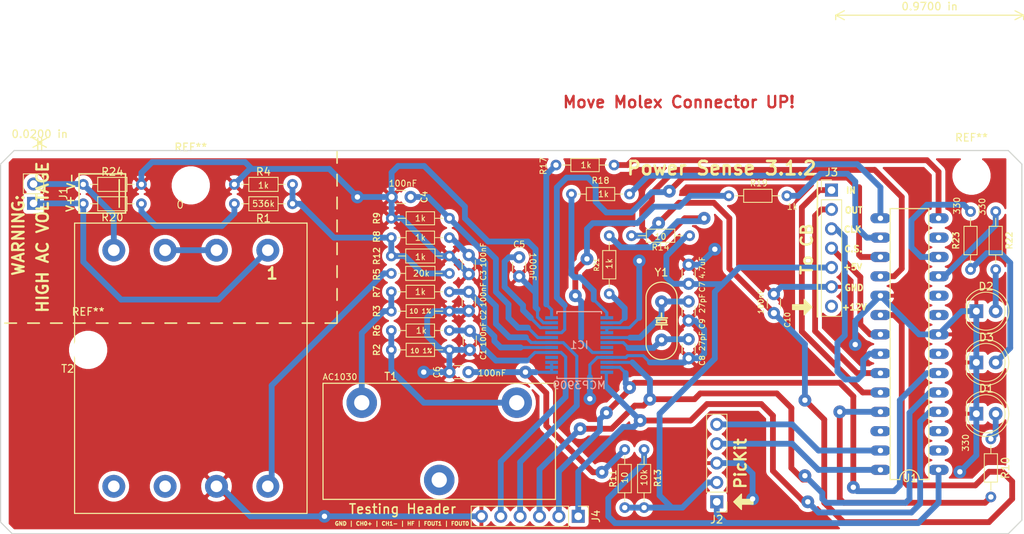
<source format=kicad_pcb>
(kicad_pcb (version 20171130) (host pcbnew "(5.1.6)-1")
  (title_block (title "Power Sense 3.0") (company EMMS))
  (layers (0 F.Cu signal) (31 B.Cu signal) (34 B.Paste user) (35 F.Paste user hide) (36 B.SilkS user) (37 F.SilkS user) (38 B.Mask user) (39 F.Mask user hide) (44 Edge.Cuts user))
  (net 0 "")
  (net 1 GND)
  (net 2 "Net-(C2-Pad1)")
  (net 3 "Net-(C5-Pad1)")
  (net 4 "Net-(C6-Pad2)")
  (net 5 /+5V)
  (net 6 "Net-(C8-Pad1)")
  (net 7 "Net-(C9-Pad1)")
  (net 8 "Net-(C10-Pad1)")
  (net 9 "Net-(D1-Pad2)")
  (net 10 "Net-(D2-Pad2)")
  (net 11 "Net-(D3-Pad2)")
  (net 12 "Net-(IC1-Pad4)")
  (net 13 /MCLR)
  (net 14 /SCK)
  (net 15 /SDI)
  (net 16 /MCP_CS_TO_PIC)
  (net 17 "Net-(IC1-Pad19)")
  (net 18 /SDO)
  (net 19 /HFtoPIC)
  (net 20 /Fo1toPIC)
  (net 21 /Fo0toPIC)
  (net 22 /H)
  (net 23 /5V_PULL_UP)
  (net 24 /PROG_CLK)
  (net 25 /PROG_DI)
  (net 26 /SPI_MD_IN)
  (net 27 /SPI_MD_OUT)
  (net 28 /SPI_CLK)
  (net 29 /CHIP_SELECT)
  (net 30 /+12V)
  (net 31 "Net-(R1-Pad1)")
  (net 32 "Net-(R2-Pad1)")
  (net 33 "Net-(R3-Pad2)")
  (net 34 "Net-(R5-Pad2)")
  (net 35 /LED_TO_25)
  (net 36 "Net-(R17-Pad2)")
  (net 37 "Net-(R18-Pad2)")
  (net 38 "Net-(R19-Pad2)")
  (net 39 "Net-(R21-Pad2)")
  (net 40 /LED_TO_11)
  (net 41 /LED_TO_12)
  (net 42 "Net-(U1-Pad2)")
  (net 43 "Net-(U1-Pad3)")
  (net 44 "Net-(U1-Pad7)")
  (net 45 "Net-(U1-Pad9)")
  (net 46 "Net-(U1-Pad10)")
  (net 47 "Net-(U1-Pad13)")
  (net 48 "Net-(U1-Pad26)")
  (net 49 /CH0+)
  (net 50 /CH1+)
  (net 51 "Net-(T2-Pad2)")
  (net 52 "Net-(T2-Pad7)")
  (net 53 "Net-(T2-Pad8)")
  (net 54 /N)
  (net 55 "Net-(R1-Pad2)")
  (net 56 /CH1-)
  (module Capacitors_THT:C_Disc_D3.0mm_W1.6mm_P2.50mm (layer F.Cu) (at 164.846 73.914 90)
    (fp_text reference C10 (at -0.889 1.778 90) (layer F.SilkS) (effects (font (size 0.7 0.7) (thickness 0.12))))
    (fp_text value 100nF)
    (pad 1 thru_hole circle (at 0 0 90) (size 1.6 1.6) (drill 0.8) (layers *.Cu *.Mask) (net 8 "Net-(C10-Pad1)"))
    (pad 2 thru_hole circle (at 2.5 0 90) (size 1.6 1.6) (drill 0.8) (layers *.Cu *.Mask) (net 1 GND))
  )
  (module LEDs:LED_D5.0mm (layer F.Cu) (at 191.389 73.66)
    (fp_text reference D2 (at 1.27 -3.2385) (layer F.SilkS))
    (fp_text value LED)
    (pad 1 thru_hole rect (at 0 0) (size 1.8 1.8) (drill 0.9) (layers *.Cu *.Mask) (net 1 GND))
    (pad 2 thru_hole circle (at 2.54 0) (size 1.8 1.8) (drill 0.9) (layers *.Cu *.Mask) (net 10 "Net-(D2-Pad2)"))
  )
  (module MountingHole:MountingHole_4mm (layer F.Cu) (at 88.388 57.15)
    (fp_text reference REF** (at 0 -5) (layer F.SilkS))
    (fp_text value MountingHole_4mm)
    (pad 1 np_thru_hole circle (at 0 0) (size 4 4) (drill 4) (layers *.Cu *.Mask))
  )
  (module "EMMS_FP:Transformer FS12-090-C2" (layer F.Cu) (at 88.392 81.153 180)
    (fp_text reference T2 (at 16.129 -0.0635 180) (layer F.SilkS))
    (fp_text value 2p2sTransformer)
    (pad 1 thru_hole circle (at -10.0965 15.494) (size 3 3) (drill 1.524) (layers *.Cu *.Mask) (net 22 /H))
    (pad 2 thru_hole circle (at -3.3655 15.494) (size 3 3) (drill 1.524) (layers *.Cu *.Mask) (net 51 "Net-(T2-Pad2)"))
    (pad 3 thru_hole circle (at 3.3655 15.494) (size 3 3) (drill 1.524) (layers *.Cu *.Mask) (net 51 "Net-(T2-Pad2)"))
    (pad 4 thru_hole circle (at 10.0965 15.494) (size 3 3) (drill 1.524) (layers *.Cu *.Mask) (net 54 /N))
    (pad 5 thru_hole circle (at -10.0965 -15.494) (size 3 3) (drill 1.524) (layers *.Cu *.Mask) (net 34 "Net-(R5-Pad2)"))
    (pad 6 thru_hole circle (at -3.3655 -15.494) (size 3 3) (drill 1.524) (layers *.Cu *.Mask) (net 1 GND))
    (pad 7 thru_hole circle (at 3.3655 -15.494) (size 3 3) (drill 1.524) (layers *.Cu *.Mask) (net 52 "Net-(T2-Pad7)"))
    (pad 8 thru_hole circle (at 10.0965 -15.494) (size 3 3) (drill 1.524) (layers *.Cu *.Mask) (net 53 "Net-(T2-Pad8)"))
  )
  (module Capacitors_THT:C_Disc_D3.0mm_W1.6mm_P2.50mm (layer F.Cu) (at 124.968 78.74 90)
    (fp_text reference C1 (at -0.635 1.778 90) (layer F.SilkS) (effects (font (size 0.7 0.7) (thickness 0.12))))
    (fp_text value 100nF)
    (pad 1 thru_hole circle (at 0 0 90) (size 1.6 1.6) (drill 0.8) (layers *.Cu *.Mask) (net 1 GND))
    (pad 2 thru_hole circle (at 2.5 0 90) (size 1.6 1.6) (drill 0.8) (layers *.Cu *.Mask) (net 49 /CH0+))
  )
  (module Capacitors_THT:C_Disc_D3.0mm_W1.6mm_P2.50mm (layer F.Cu) (at 124.841 71.12 270)
    (fp_text reference C2 (at 3.048 -1.905 90) (layer F.SilkS) (effects (font (size 0.7 0.7) (thickness 0.12))))
    (fp_text value 100nF)
    (pad 1 thru_hole circle (at 0 0 270) (size 1.6 1.6) (drill 0.8) (layers *.Cu *.Mask) (net 2 "Net-(C2-Pad1)"))
    (pad 2 thru_hole circle (at 2.5 0 270) (size 1.6 1.6) (drill 0.8) (layers *.Cu *.Mask) (net 1 GND))
  )
  (module Capacitors_THT:C_Disc_D3.0mm_W1.6mm_P2.50mm (layer F.Cu) (at 124.841 68.794 90)
    (fp_text reference C3 (at -0.167 1.905 90) (layer F.SilkS) (effects (font (size 0.7 0.7) (thickness 0.12))))
    (fp_text value 100nF)
    (pad 1 thru_hole circle (at 0 0 90) (size 1.6 1.6) (drill 0.8) (layers *.Cu *.Mask) (net 1 GND))
    (pad 2 thru_hole circle (at 2.5 0 90) (size 1.6 1.6) (drill 0.8) (layers *.Cu *.Mask) (net 56 /CH1-))
  )
  (module Capacitors_THT:C_Disc_D3.0mm_W1.6mm_P2.50mm (layer F.Cu) (at 117.221 58.674 180)
    (fp_text reference C4 (at -1.778 0 270) (layer F.SilkS) (effects (font (size 0.8 0.8))))
    (fp_text value 100nF)
    (pad 1 thru_hole circle (at 0 0 180) (size 1.6 1.6) (drill 0.8) (layers *.Cu *.Mask) (net 50 /CH1+))
    (pad 2 thru_hole circle (at 2.5 0 180) (size 1.6 1.6) (drill 0.8) (layers *.Cu *.Mask) (net 1 GND))
  )
  (module Capacitors_THT:C_Disc_D3.0mm_W1.6mm_P2.50mm (layer F.Cu) (at 131.445 66.588 270)
    (fp_text reference C5 (at -1.691 0 180) (layer F.SilkS) (effects (font (size 0.8 0.8) (thickness 0.12))))
    (fp_text value 100nF)
    (pad 1 thru_hole circle (at 0 0 270) (size 1.6 1.6) (drill 0.8) (layers *.Cu *.Mask) (net 3 "Net-(C5-Pad1)"))
    (pad 2 thru_hole circle (at 2.5 0 270) (size 1.6 1.6) (drill 0.8) (layers *.Cu *.Mask) (net 1 GND))
  )
  (module Capacitors_THT:C_Disc_D3.0mm_W1.6mm_P2.50mm (layer F.Cu) (at 122.301 81.661)
    (fp_text reference C6 (at -1.651 0 90) (layer F.SilkS) (effects (font (size 0.8 0.8) (thickness 0.12))))
    (fp_text value 100nF)
    (pad 1 thru_hole circle (at 0 0) (size 1.6 1.6) (drill 0.8) (layers *.Cu *.Mask) (net 1 GND))
    (pad 2 thru_hole circle (at 2.5 0) (size 1.6 1.6) (drill 0.8) (layers *.Cu *.Mask) (net 4 "Net-(C6-Pad2)"))
  )
  (module Capacitors_THT:C_Disc_D3.0mm_W1.6mm_P2.50mm (layer F.Cu) (at 153.67 67.564 270)
    (fp_text reference C7 (at 2.921 -1.778 270) (layer F.SilkS) (effects (font (size 0.7 0.7) (thickness 0.12))))
    (fp_text value 4.7uF)
    (pad 1 thru_hole circle (at 0 0 270) (size 1.6 1.6) (drill 0.8) (layers *.Cu *.Mask) (net 1 GND))
    (pad 2 thru_hole circle (at 2.5 0 270) (size 1.6 1.6) (drill 0.8) (layers *.Cu *.Mask) (net 5 /+5V))
  )
  (module Capacitors_THT:C_Disc_D3.0mm_W1.6mm_P2.50mm (layer F.Cu) (at 153.67 77.343 270)
    (fp_text reference C8 (at 2.794 -1.778 270) (layer F.SilkS) (effects (font (size 0.7 0.7) (thickness 0.12))))
    (fp_text value 27pF)
    (pad 1 thru_hole circle (at 0 0 270) (size 1.6 1.6) (drill 0.8) (layers *.Cu *.Mask) (net 6 "Net-(C8-Pad1)"))
    (pad 2 thru_hole circle (at 2.5 0 270) (size 1.6 1.6) (drill 0.8) (layers *.Cu *.Mask) (net 1 GND))
  )
  (module Capacitors_THT:C_Disc_D3.0mm_W1.6mm_P2.50mm (layer F.Cu) (at 153.67 72.39 270)
    (fp_text reference C9 (at 2.921 -1.778 270) (layer F.SilkS) (effects (font (size 0.7 0.7) (thickness 0.12))))
    (fp_text value 27pF)
    (pad 1 thru_hole circle (at 0 0 270) (size 1.6 1.6) (drill 0.8) (layers *.Cu *.Mask) (net 7 "Net-(C9-Pad1)"))
    (pad 2 thru_hole circle (at 2.5 0 270) (size 1.6 1.6) (drill 0.8) (layers *.Cu *.Mask) (net 1 GND))
  )
  (module LEDs:LED_D5.0mm (layer F.Cu) (at 191.389 87.122)
    (fp_text reference D1 (at 1.3335 -3.302) (layer F.SilkS))
    (fp_text value LED)
    (pad 1 thru_hole rect (at 0 0) (size 1.8 1.8) (drill 0.9) (layers *.Cu *.Mask) (net 1 GND))
    (pad 2 thru_hole circle (at 2.54 0) (size 1.8 1.8) (drill 0.9) (layers *.Cu *.Mask) (net 9 "Net-(D1-Pad2)"))
  )
  (module LEDs:LED_D5.0mm (layer F.Cu) (at 191.389 80.391)
    (fp_text reference D3 (at 1.3335 -3.302) (layer F.SilkS))
    (fp_text value LED)
    (pad 1 thru_hole rect (at 0 0) (size 1.8 1.8) (drill 0.9) (layers *.Cu *.Mask) (net 1 GND))
    (pad 2 thru_hole circle (at 2.54 0) (size 1.8 1.8) (drill 0.9) (layers *.Cu *.Mask) (net 11 "Net-(D3-Pad2)"))
  )
  (module footprints:mcp3909-i&slash_ss (layer B.Cu) (at 139.319 78.105)
    (fp_text reference IC1 (at 0 0 180) (layer B.SilkS) (effects (justify mirror)))
    (fp_text value MCP3909 (at 0 5.2705) (layer B.SilkS) (effects (justify mirror)))
    (pad 1 smd rect (at -3.6195 3.574999) (size 1.6764 0.4318) (layers B.Cu B.Paste B.Mask) (net 4 "Net-(C6-Pad2)"))
    (pad 2 smd rect (at -3.6195 2.925) (size 1.6764 0.4318) (layers B.Cu B.Paste B.Mask) (net 4 "Net-(C6-Pad2)"))
    (pad 3 smd rect (at -3.6195 2.275002) (size 1.6764 0.4318) (layers B.Cu B.Paste B.Mask) (net 4 "Net-(C6-Pad2)"))
    (pad 4 smd rect (at -3.6195 1.625001) (size 1.6764 0.4318) (layers B.Cu B.Paste B.Mask) (net 12 "Net-(IC1-Pad4)"))
    (pad 5 smd rect (at -3.6195 0.975002) (size 1.6764 0.4318) (layers B.Cu B.Paste B.Mask) (net 49 /CH0+))
    (pad 6 smd rect (at -3.6195 0.325001) (size 1.6764 0.4318) (layers B.Cu B.Paste B.Mask) (net 2 "Net-(C2-Pad1)"))
    (pad 7 smd rect (at -3.6195 -0.324998) (size 1.6764 0.4318) (layers B.Cu B.Paste B.Mask) (net 56 /CH1-))
    (pad 8 smd rect (at -3.6195 -0.974999) (size 1.6764 0.4318) (layers B.Cu B.Paste B.Mask) (net 50 /CH1+))
    (pad 9 smd rect (at -3.6195 -1.624998) (size 1.6764 0.4318) (layers B.Cu B.Paste B.Mask) (net 13 /MCLR))
    (pad 10 smd rect (at -3.6195 -2.274999) (size 1.6764 0.4318) (layers B.Cu B.Paste B.Mask) (net 3 "Net-(C5-Pad1)"))
    (pad 11 smd rect (at -3.6195 -2.924998) (size 1.6764 0.4318) (layers B.Cu B.Paste B.Mask) (net 1 GND))
    (pad 12 smd rect (at -3.6195 -3.574999) (size 1.6764 0.4318) (layers B.Cu B.Paste B.Mask) (net 14 /SCK))
    (pad 13 smd rect (at 3.6195 -3.574999) (size 1.6764 0.4318) (layers B.Cu B.Paste B.Mask) (net 15 /SDI))
    (pad 14 smd rect (at 3.6195 -2.925) (size 1.6764 0.4318) (layers B.Cu B.Paste B.Mask) (net 16 /MCP_CS_TO_PIC))
    (pad 15 smd rect (at 3.6195 -2.274999) (size 1.6764 0.4318) (layers B.Cu B.Paste B.Mask) (net 1 GND))
    (pad 16 smd rect (at 3.6195 -1.625001) (size 1.6764 0.4318) (layers B.Cu B.Paste B.Mask) (net 1 GND))
    (pad 17 smd rect (at 3.6195 -0.974999) (size 1.6764 0.4318) (layers B.Cu B.Paste B.Mask) (net 7 "Net-(C9-Pad1)"))
    (pad 18 smd rect (at 3.6195 -0.325001) (size 1.6764 0.4318) (layers B.Cu B.Paste B.Mask) (net 6 "Net-(C8-Pad1)"))
    (pad 19 smd rect (at 3.6195 0.324998) (size 1.6764 0.4318) (layers B.Cu B.Paste B.Mask) (net 17 "Net-(IC1-Pad19)"))
    (pad 20 smd rect (at 3.6195 0.974999) (size 1.6764 0.4318) (layers B.Cu B.Paste B.Mask) (net 18 /SDO))
    (pad 21 smd rect (at 3.6195 1.624998) (size 1.6764 0.4318) (layers B.Cu B.Paste B.Mask) (net 1 GND))
    (pad 22 smd rect (at 3.6195 2.274999) (size 1.6764 0.4318) (layers B.Cu B.Paste B.Mask) (net 19 /HFtoPIC))
    (pad 23 smd rect (at 3.6195 2.924998) (size 1.6764 0.4318) (layers B.Cu B.Paste B.Mask) (net 20 /Fo1toPIC))
    (pad 24 smd rect (at 3.6195 3.574999) (size 1.6764 0.4318) (layers B.Cu B.Paste B.Mask) (net 21 /Fo0toPIC))
  )
  (module Pin_Headers:Pin_Header_Straight_1x02_Pitch2.54mm (layer F.Cu) (at 67.7672 59.5122 180)
    (fp_text reference J1 (at -3.9243 1.2827 270) (layer F.SilkS))
    (fp_text value Power)
    (pad 1 thru_hole rect (at 0 0 180) (size 1.7 1.7) (drill 1) (layers *.Cu *.Mask) (net 22 /H))
    (pad 2 thru_hole oval (at 0 2.54 180) (size 1.7 1.7) (drill 1) (layers *.Cu *.Mask) (net 54 /N))
  )
  (module Pin_Headers:Pin_Header_Straight_1x05_Pitch2.54mm (layer F.Cu) (at 157.353 98.679 180)
    (fp_text reference J2 (at 0 -2.33 180) (layer F.SilkS))
    (fp_text value ProgHead)
    (pad 1 thru_hole rect (at 0 0 180) (size 1.7 1.7) (drill 1) (layers *.Cu *.Mask) (net 23 /5V_PULL_UP))
    (pad 2 thru_hole oval (at 0 2.54 180) (size 1.7 1.7) (drill 1) (layers *.Cu *.Mask) (net 5 /+5V))
    (pad 3 thru_hole oval (at 0 5.08 180) (size 1.7 1.7) (drill 1) (layers *.Cu *.Mask) (net 1 GND))
    (pad 4 thru_hole oval (at 0 7.62 180) (size 1.7 1.7) (drill 1) (layers *.Cu *.Mask) (net 24 /PROG_CLK))
    (pad 5 thru_hole oval (at 0 10.16 180) (size 1.7 1.7) (drill 1) (layers *.Cu *.Mask) (net 25 /PROG_DI))
  )
  (module Resistors_THT:R_Axial_DIN0204_L3.6mm_D1.6mm_P7.62mm_Horizontal (layer F.Cu) (at 114.681 78.74)
    (fp_text reference R2 (at -1.905 0 90) (layer F.SilkS) (effects (font (size 0.8 0.8))))
    (fp_text value "10 1%")
    (pad 1 thru_hole circle (at 0 0) (size 1.4 1.4) (drill 0.7) (layers *.Cu *.Mask) (net 32 "Net-(R2-Pad1)"))
    (pad 2 thru_hole oval (at 7.62 0) (size 1.4 1.4) (drill 0.7) (layers *.Cu *.Mask) (net 1 GND))
  )
  (module Resistors_THT:R_Axial_DIN0204_L3.6mm_D1.6mm_P7.62mm_Horizontal (layer F.Cu) (at 122.301 73.66 180)
    (fp_text reference R3 (at 9.525 0 90) (layer F.SilkS) (effects (font (size 0.8 0.8))))
    (fp_text value "10 1%")
    (pad 1 thru_hole circle (at 0 0 180) (size 1.4 1.4) (drill 0.7) (layers *.Cu *.Mask) (net 1 GND))
    (pad 2 thru_hole oval (at 7.62 0 180) (size 1.4 1.4) (drill 0.7) (layers *.Cu *.Mask) (net 33 "Net-(R3-Pad2)"))
  )
  (module Resistors_THT:R_Axial_DIN0204_L3.6mm_D1.6mm_P7.62mm_Horizontal (layer F.Cu) (at 114.681 76.2)
    (fp_text reference R6 (at -1.905 0 90) (layer F.SilkS) (effects (font (size 0.8 0.8))))
    (fp_text value 1k)
    (pad 1 thru_hole circle (at 0 0) (size 1.4 1.4) (drill 0.7) (layers *.Cu *.Mask) (net 32 "Net-(R2-Pad1)"))
    (pad 2 thru_hole oval (at 7.62 0) (size 1.4 1.4) (drill 0.7) (layers *.Cu *.Mask) (net 49 /CH0+))
  )
  (module Resistors_THT:R_Axial_DIN0204_L3.6mm_D1.6mm_P7.62mm_Horizontal (layer F.Cu) (at 114.681 71.12)
    (fp_text reference R7 (at -1.905 0 90) (layer F.SilkS) (effects (font (size 0.8 0.8))))
    (fp_text value 1k)
    (pad 1 thru_hole circle (at 0 0) (size 1.4 1.4) (drill 0.7) (layers *.Cu *.Mask) (net 33 "Net-(R3-Pad2)"))
    (pad 2 thru_hole oval (at 7.62 0) (size 1.4 1.4) (drill 0.7) (layers *.Cu *.Mask) (net 2 "Net-(C2-Pad1)"))
  )
  (module Resistors_THT:R_Axial_DIN0204_L3.6mm_D1.6mm_P7.62mm_Horizontal (layer F.Cu) (at 114.681 64.008)
    (fp_text reference R8 (at -1.905 -0.127 90) (layer F.SilkS) (effects (font (size 0.8 0.8))))
    (fp_text value 1k)
    (pad 1 thru_hole circle (at 0 0) (size 1.4 1.4) (drill 0.7) (layers *.Cu *.Mask) (net 31 "Net-(R1-Pad1)"))
    (pad 2 thru_hole oval (at 7.62 0) (size 1.4 1.4) (drill 0.7) (layers *.Cu *.Mask) (net 56 /CH1-))
  )
  (module Resistors_THT:R_Axial_DIN0204_L3.6mm_D1.6mm_P7.62mm_Horizontal (layer F.Cu) (at 114.681 61.468)
    (fp_text reference R9 (at -1.905 0 90) (layer F.SilkS) (effects (font (size 0.8 0.8))))
    (fp_text value 1k)
    (pad 1 thru_hole circle (at 0 0) (size 1.4 1.4) (drill 0.7) (layers *.Cu *.Mask) (net 1 GND))
    (pad 2 thru_hole oval (at 7.62 0) (size 1.4 1.4) (drill 0.7) (layers *.Cu *.Mask) (net 50 /CH1+))
  )
  (module Resistors_THT:R_Axial_DIN0204_L3.6mm_D1.6mm_P7.62mm_Horizontal (layer F.Cu) (at 193.294 90.424 270)
    (fp_text reference R10 (at 3.81 -1.905 270) (layer F.SilkS))
    (fp_text value 330)
    (pad 1 thru_hole circle (at 0 0 270) (size 1.4 1.4) (drill 0.7) (layers *.Cu *.Mask) (net 9 "Net-(D1-Pad2)"))
    (pad 2 thru_hole oval (at 7.62 0 270) (size 1.4 1.4) (drill 0.7) (layers *.Cu *.Mask) (net 35 /LED_TO_25))
  )
  (module Resistors_THT:R_Axial_DIN0204_L3.6mm_D1.6mm_P7.62mm_Horizontal (layer F.Cu) (at 145.288 91.821 270)
    (fp_text reference R11 (at 3.81 1.524 270) (layer F.SilkS) (effects (font (size 0.8 0.8))))
    (fp_text value 10)
    (pad 1 thru_hole circle (at 0 0 270) (size 1.4 1.4) (drill 0.7) (layers *.Cu *.Mask) (net 4 "Net-(C6-Pad2)"))
    (pad 2 thru_hole oval (at 7.62 0 270) (size 1.4 1.4) (drill 0.7) (layers *.Cu *.Mask) (net 5 /+5V))
  )
  (module Resistors_THT:R_Axial_DIN0204_L3.6mm_D1.6mm_P7.62mm_Horizontal (layer F.Cu) (at 147.828 99.441 90)
    (fp_text reference R13 (at 3.8735 1.778 90) (layer F.SilkS) (effects (font (size 0.8 0.8))))
    (fp_text value 10k)
    (pad 1 thru_hole circle (at 0 0 90) (size 1.4 1.4) (drill 0.7) (layers *.Cu *.Mask) (net 5 /+5V))
    (pad 2 thru_hole oval (at 7.62 0 90) (size 1.4 1.4) (drill 0.7) (layers *.Cu *.Mask) (net 23 /5V_PULL_UP))
  )
  (module Resistors_THT:R_Axial_DIN0204_L3.6mm_D1.6mm_P7.62mm_Horizontal (layer F.Cu) (at 146.177 63.754)
    (fp_text reference R14 (at 3.81 1.524) (layer F.SilkS) (effects (font (size 0.8 0.8) (thickness 0.12))))
    (fp_text value 10)
    (pad 1 thru_hole circle (at 0 0) (size 1.4 1.4) (drill 0.7) (layers *.Cu *.Mask) (net 8 "Net-(C10-Pad1)"))
    (pad 2 thru_hole oval (at 7.62 0) (size 1.4 1.4) (drill 0.7) (layers *.Cu *.Mask) (net 5 /+5V))
  )
  (module Resistors_THT:R_Axial_DIN0204_L3.6mm_D1.6mm_P7.62mm_Horizontal (layer F.Cu) (at 136.271 54.483)
    (fp_text reference R17 (at -1.651 0.127 90) (layer F.SilkS) (effects (font (size 0.8 0.8) (thickness 0.12))))
    (fp_text value 1k)
    (pad 1 thru_hole circle (at 0 0) (size 1.4 1.4) (drill 0.7) (layers *.Cu *.Mask) (net 14 /SCK))
    (pad 2 thru_hole oval (at 7.62 0) (size 1.4 1.4) (drill 0.7) (layers *.Cu *.Mask) (net 36 "Net-(R17-Pad2)"))
  )
  (module Resistors_THT:R_Axial_DIN0204_L3.6mm_D1.6mm_P7.62mm_Horizontal (layer F.Cu) (at 138.303 58.293)
    (fp_text reference R18 (at 3.81 -1.778) (layer F.SilkS) (effects (font (size 0.8 0.8) (thickness 0.12))))
    (fp_text value 1k)
    (pad 1 thru_hole circle (at 0 0) (size 1.4 1.4) (drill 0.7) (layers *.Cu *.Mask) (net 15 /SDI))
    (pad 2 thru_hole oval (at 7.62 0) (size 1.4 1.4) (drill 0.7) (layers *.Cu *.Mask) (net 37 "Net-(R18-Pad2)"))
  )
  (module Resistors_THT:R_Axial_DIN0204_L3.6mm_D1.6mm_P7.62mm_Horizontal (layer F.Cu) (at 158.93 58.52)
    (fp_text reference R19 (at 3.937 -1.651) (layer F.SilkS) (effects (font (size 0.8 0.8) (thickness 0.12))))
    (fp_text value 1k)
    (pad 1 thru_hole circle (at 0 0) (size 1.4 1.4) (drill 0.7) (layers *.Cu *.Mask) (net 18 /SDO))
    (pad 2 thru_hole oval (at 7.62 0) (size 1.4 1.4) (drill 0.7) (layers *.Cu *.Mask) (net 38 "Net-(R19-Pad2)"))
  )
  (module Resistors_THT:R_Axial_DIN0204_L3.6mm_D1.6mm_P7.62mm_Horizontal (layer F.Cu) (at 143.256 71.374 90)
    (fp_text reference R21 (at 3.81 -1.651 90) (layer F.SilkS) (effects (font (size 0.6 0.6) (thickness 0.12))))
    (fp_text value 1k)
    (pad 1 thru_hole circle (at 0 0 90) (size 1.4 1.4) (drill 0.7) (layers *.Cu *.Mask) (net 16 /MCP_CS_TO_PIC))
    (pad 2 thru_hole oval (at 7.62 0 90) (size 1.4 1.4) (drill 0.7) (layers *.Cu *.Mask) (net 39 "Net-(R21-Pad2)"))
  )
  (module Resistors_THT:R_Axial_DIN0204_L3.6mm_D1.6mm_P7.62mm_Horizontal (layer F.Cu) (at 193.929 68.199 90)
    (fp_text reference R22 (at 3.81 1.778 90) (layer F.SilkS) (effects (font (size 0.8 0.8))))
    (fp_text value 330)
    (pad 1 thru_hole circle (at 0 0 90) (size 1.4 1.4) (drill 0.7) (layers *.Cu *.Mask) (net 10 "Net-(D2-Pad2)"))
    (pad 2 thru_hole oval (at 7.62 0 90) (size 1.4 1.4) (drill 0.7) (layers *.Cu *.Mask) (net 40 /LED_TO_11))
  )
  (module Resistors_THT:R_Axial_DIN0204_L3.6mm_D1.6mm_P7.62mm_Horizontal (layer F.Cu) (at 190.627 68.199 90)
    (fp_text reference R23 (at 3.81 -1.905 90) (layer F.SilkS) (effects (font (size 0.8 0.8))))
    (fp_text value 330)
    (pad 1 thru_hole circle (at 0 0 90) (size 1.4 1.4) (drill 0.7) (layers *.Cu *.Mask) (net 11 "Net-(D3-Pad2)"))
    (pad 2 thru_hole oval (at 7.62 0 90) (size 1.4 1.4) (drill 0.7) (layers *.Cu *.Mask) (net 41 /LED_TO_12))
  )
  (module EMMS_FP:AC1030 (layer F.Cu) (at 120.9675 90.7415 90)
    (fp_text reference T1 (at 8.509 -6.35 180) (layer F.SilkS))
    (fp_text value AC1030)
    (pad 3 thru_hole circle (at -5.07 0 90) (size 4 4) (drill 2) (layers *.Cu *.Mask))
    (pad 2 thru_hole circle (at 5.07 -10.16 90) (size 4 4) (drill 2) (layers *.Cu *.Mask) (net 33 "Net-(R3-Pad2)"))
    (pad 1 thru_hole circle (at 5.07 10.16 90) (size 4 4) (drill 2) (layers *.Cu *.Mask) (net 32 "Net-(R2-Pad1)"))
  )
  (module EMMS_FP:PIC18F25K22-I_SP (layer F.Cu) (at 186.436 94.488 180)
    (fp_text reference U1 (at 3.7465 -1.0795 180) (layer F.SilkS))
    (fp_text value PIC18F25K20_I/SS)
    (pad 1 thru_hole oval (at 0 0 180) (size 2.6416 1.3208) (drill 0.7) (layers *.Cu *.Mask) (net 23 /5V_PULL_UP))
    (pad 2 thru_hole oval (at 0 2.54 180) (size 2.6416 1.3208) (drill 0.7) (layers *.Cu *.Mask) (net 42 "Net-(U1-Pad2)"))
    (pad 3 thru_hole oval (at 0 5.08 180) (size 2.6416 1.3208) (drill 0.7) (layers *.Cu *.Mask) (net 43 "Net-(U1-Pad3)"))
    (pad 4 thru_hole oval (at 0 7.62 180) (size 2.6416 1.3208) (drill 0.7) (layers *.Cu *.Mask) (net 21 /Fo0toPIC))
    (pad 5 thru_hole oval (at 0 10.16 180) (size 2.6416 1.3208) (drill 0.7) (layers *.Cu *.Mask) (net 19 /HFtoPIC))
    (pad 6 thru_hole oval (at 0 12.7 180) (size 2.6416 1.3208) (drill 0.7) (layers *.Cu *.Mask) (net 20 /Fo1toPIC))
    (pad 7 thru_hole oval (at 0 15.24 180) (size 2.6416 1.3208) (drill 0.7) (layers *.Cu *.Mask) (net 44 "Net-(U1-Pad7)"))
    (pad 8 thru_hole oval (at 0 17.78 180) (size 2.6416 1.3208) (drill 0.7) (layers *.Cu *.Mask) (net 1 GND))
    (pad 9 thru_hole oval (at 0 20.32 180) (size 2.6416 1.3208) (drill 0.7) (layers *.Cu *.Mask) (net 45 "Net-(U1-Pad9)"))
    (pad 10 thru_hole oval (at 0 22.86 180) (size 2.6416 1.3208) (drill 0.7) (layers *.Cu *.Mask) (net 46 "Net-(U1-Pad10)"))
    (pad 11 thru_hole oval (at 0 25.4 180) (size 2.6416 1.3208) (drill 0.7) (layers *.Cu *.Mask) (net 40 /LED_TO_11))
    (pad 12 thru_hole oval (at 0 27.94 180) (size 2.6416 1.3208) (drill 0.7) (layers *.Cu *.Mask) (net 41 /LED_TO_12))
    (pad 13 thru_hole oval (at 0 30.48 180) (size 2.6416 1.3208) (drill 0.7) (layers *.Cu *.Mask) (net 47 "Net-(U1-Pad13)"))
    (pad 14 thru_hole oval (at 0 33.02 180) (size 2.6416 1.3208) (drill 0.7) (layers *.Cu *.Mask) (net 36 "Net-(R17-Pad2)"))
    (pad 15 thru_hole oval (at 7.62 33.02 180) (size 2.6416 1.3208) (drill 0.7) (layers *.Cu *.Mask) (net 37 "Net-(R18-Pad2)"))
    (pad 16 thru_hole oval (at 7.62 30.48 180) (size 2.6416 1.3208) (drill 0.7) (layers *.Cu *.Mask) (net 38 "Net-(R19-Pad2)"))
    (pad 17 thru_hole oval (at 7.62 27.94 180) (size 2.6416 1.3208) (drill 0.7) (layers *.Cu *.Mask) (net 13 /MCLR))
    (pad 18 thru_hole oval (at 7.62 25.4 180) (size 2.6416 1.3208) (drill 0.7) (layers *.Cu *.Mask) (net 39 "Net-(R21-Pad2)"))
    (pad 19 thru_hole oval (at 7.62 22.86 180) (size 2.6416 1.3208) (drill 0.7) (layers *.Cu *.Mask) (net 1 GND))
    (pad 20 thru_hole oval (at 7.62 20.32 180) (size 2.6416 1.3208) (drill 0.7) (layers *.Cu *.Mask) (net 8 "Net-(C10-Pad1)"))
    (pad 21 thru_hole oval (at 7.62 17.78 180) (size 2.6416 1.3208) (drill 0.7) (layers *.Cu *.Mask) (net 29 /CHIP_SELECT))
    (pad 22 thru_hole oval (at 7.62 15.24 180) (size 2.6416 1.3208) (drill 0.7) (layers *.Cu *.Mask) (net 28 /SPI_CLK))
    (pad 23 thru_hole oval (at 7.62 12.7 180) (size 2.6416 1.3208) (drill 0.7) (layers *.Cu *.Mask) (net 27 /SPI_MD_OUT))
    (pad 24 thru_hole oval (at 7.62 10.16 180) (size 2.6416 1.3208) (drill 0.7) (layers *.Cu *.Mask) (net 26 /SPI_MD_IN))
    (pad 25 thru_hole oval (at 7.62 7.62 180) (size 2.6416 1.3208) (drill 0.7) (layers *.Cu *.Mask) (net 35 /LED_TO_25))
    (pad 26 thru_hole oval (at 7.62 5.08 180) (size 2.6416 1.3208) (drill 0.7) (layers *.Cu *.Mask) (net 48 "Net-(U1-Pad26)"))
    (pad 27 thru_hole oval (at 7.62 2.54 180) (size 2.6416 1.3208) (drill 0.7) (layers *.Cu *.Mask) (net 25 /PROG_DI))
    (pad 28 thru_hole oval (at 7.62 0 180) (size 2.6416 1.3208) (drill 0.7) (layers *.Cu *.Mask) (net 24 /PROG_CLK))
  )
  (module EMMS_FP:CXO_3_579545_MHz (layer F.Cu) (at 150.114 74.93 180)
    (fp_text reference Y1 (at 0 6.35 180) (layer F.SilkS))
    (fp_text value "3.579545MHz Crystal")
    (pad 1 thru_hole circle (at 0 -2.5 180) (size 1.6764 1.6764) (drill 0.6985) (layers *.Cu *.Mask) (net 6 "Net-(C8-Pad1)"))
    (pad 2 thru_hole circle (at 0 2.5 180) (size 1.6764 1.6764) (drill 0.6985) (layers *.Cu *.Mask) (net 7 "Net-(C9-Pad1)"))
  )
  (module Resistor_THT:R_Axial_DIN0204_L3.6mm_D1.6mm_P7.62mm_Horizontal (layer F.Cu) (at 122.301 66.421 180)
    (fp_text reference R12 (at 9.525 0 90) (layer F.SilkS) (effects (font (size 0.8 0.8))))
    (fp_text value 1k)
    (pad 1 thru_hole circle (at 0 0 180) (size 1.4 1.4) (drill 0.7) (layers *.Cu *.Mask) (net 1 GND))
    (pad 2 thru_hole oval (at 7.62 0 180) (size 1.4 1.4) (drill 0.7) (layers *.Cu *.Mask) (net 31 "Net-(R1-Pad1)"))
  )
  (module Resistor_THT:R_Axial_DIN0204_L3.6mm_D1.6mm_P7.62mm_Horizontal (layer F.Cu) (at 101.727 59.563 180)
    (fp_text reference R1 (at 3.81 -1.92 180) (layer F.SilkS))
    (fp_text value 536k)
    (pad 1 thru_hole circle (at 0 0 180) (size 1.4 1.4) (drill 0.7) (layers *.Cu *.Mask) (net 31 "Net-(R1-Pad1)"))
    (pad 2 thru_hole oval (at 7.62 0 180) (size 1.4 1.4) (drill 0.7) (layers *.Cu *.Mask) (net 55 "Net-(R1-Pad2)"))
  )
  (module Resistor_THT:R_Axial_DIN0204_L3.6mm_D1.6mm_P7.62mm_Horizontal (layer F.Cu) (at 94.107 57.023)
    (fp_text reference R4 (at 3.81 -1.651) (layer F.SilkS))
    (fp_text value 1k)
    (pad 1 thru_hole circle (at 0 0) (size 1.4 1.4) (drill 0.7) (layers *.Cu *.Mask) (net 1 GND))
    (pad 2 thru_hole oval (at 7.62 0) (size 1.4 1.4) (drill 0.7) (layers *.Cu *.Mask) (net 31 "Net-(R1-Pad1)"))
  )
  (module Resistor_THT:R_Axial_DIN0204_L3.6mm_D1.6mm_P7.62mm_Horizontal (layer F.Cu) (at 122.301 68.707 180)
    (fp_text reference R5 (at 9.525 -0.127 90) (layer F.SilkS) (effects (font (size 0.8 0.8))))
    (fp_text value "20k 1%")
    (pad 2 thru_hole oval (at 7.62 0 180) (size 1.4 1.4) (drill 0.7) (layers *.Cu *.Mask) (net 34 "Net-(R5-Pad2)"))
    (pad 1 thru_hole circle (at 0 0 180) (size 1.4 1.4) (drill 0.7) (layers *.Cu *.Mask) (net 31 "Net-(R1-Pad1)"))
  )
  (module Connector_PinHeader_2.54mm:PinHeader_1x06_P2.54mm_Vertical (layer F.Cu) (at 139.192 100.584 270)
    (fp_text reference J4 (at 0 -2.33 270) (layer F.SilkS))
    (fp_text value TestHeader)
    (pad 6 thru_hole oval (at 0 12.7 270) (size 1.7 1.7) (drill 1) (layers *.Cu *.Mask) (net 1 GND))
    (pad 5 thru_hole oval (at 0 10.16 270) (size 1.7 1.7) (drill 1) (layers *.Cu *.Mask) (net 49 /CH0+))
    (pad 4 thru_hole oval (at 0 7.62 270) (size 1.7 1.7) (drill 1) (layers *.Cu *.Mask) (net 56 /CH1-))
    (pad 3 thru_hole oval (at 0 5.08 270) (size 1.7 1.7) (drill 1) (layers *.Cu *.Mask) (net 19 /HFtoPIC))
    (pad 2 thru_hole oval (at 0 2.54 270) (size 1.7 1.7) (drill 1) (layers *.Cu *.Mask) (net 20 /Fo1toPIC))
    (pad 1 thru_hole rect (at 0 0 270) (size 1.7 1.7) (drill 1) (layers *.Cu *.Mask) (net 21 /Fo0toPIC))
  )
  (module Resistor_THT:R_Axial_DIN0204_L3.6mm_D1.6mm_P7.62mm_Horizontal (layer F.Cu) (at 81.915 59.563 180)
    (fp_text reference R20 (at 3.81 -1.778 180) (layer F.SilkS))
    (fp_text value 0)
    (pad 1 thru_hole circle (at 0 0 180) (size 1.4 1.4) (drill 0.7) (layers *.Cu *.Mask) (net 55 "Net-(R1-Pad2)"))
    (pad 2 thru_hole oval (at 7.62 0 180) (size 1.4 1.4) (drill 0.7) (layers *.Cu *.Mask) (net 22 /H))
  )
  (module Resistor_THT:R_Axial_DIN0204_L3.6mm_D1.6mm_P7.62mm_Horizontal (layer F.Cu) (at 81.915 57.023 180)
    (fp_text reference R24 (at 3.81 1.651 180) (layer F.SilkS))
    (fp_text value 0)
    (pad 2 thru_hole oval (at 7.62 0 180) (size 1.4 1.4) (drill 0.7) (layers *.Cu *.Mask) (net 54 /N))
    (pad 1 thru_hole circle (at 0 0 180) (size 1.4 1.4) (drill 0.7) (layers *.Cu *.Mask) (net 1 GND))
  )
  (module Connector_PinHeader_2.54mm:PinHeader_1x07_P2.54mm_Vertical (layer F.Cu) (at 172.4 57.77)
    (fp_text reference J3 (at 0 -2.33 180) (layer F.SilkS))
    (fp_text value SPI)
    (pad 1 thru_hole rect (at 0 0) (size 1.7 1.7) (drill 1) (layers *.Cu *.Mask) (net 26 /SPI_MD_IN))
    (pad 2 thru_hole oval (at 0 2.54) (size 1.7 1.7) (drill 1) (layers *.Cu *.Mask) (net 27 /SPI_MD_OUT))
    (pad 3 thru_hole oval (at 0 5.08) (size 1.7 1.7) (drill 1) (layers *.Cu *.Mask) (net 28 /SPI_CLK))
    (pad 4 thru_hole oval (at 0 7.62) (size 1.7 1.7) (drill 1) (layers *.Cu *.Mask) (net 29 /CHIP_SELECT))
    (pad 5 thru_hole oval (at 0 10.16) (size 1.7 1.7) (drill 1) (layers *.Cu *.Mask) (net 5 /+5V))
    (pad 6 thru_hole oval (at 0 12.7) (size 1.7 1.7) (drill 1) (layers *.Cu *.Mask) (net 1 GND))
    (pad 7 thru_hole oval (at 0 15.24) (size 1.7 1.7) (drill 1) (layers *.Cu *.Mask) (net 30 /+12V))
  )
  (module MountingHole:MountingHole_4mm (layer F.Cu) (at 190.754 55.88)
    (fp_text reference REF** (at 0 -5) (layer F.SilkS))
    (fp_text value MountingHole_4mm)
    (pad 1 np_thru_hole circle (at 0 0) (size 4 4) (drill 4) (layers *.Cu *.Mask))
  )
  (module MountingHole:MountingHole_4mm (layer F.Cu) (at 74.93 78.74)
    (fp_text reference REF** (at 0 -5) (layer F.SilkS))
    (fp_text value MountingHole_4mm)
    (pad 1 np_thru_hole circle (at 0 0) (size 4 4) (drill 4) (layers *.Cu *.Mask))
  )
  (dimension 24.638 (width 0.15) (layer F.SilkS) (gr_text "24.638 mm" (at 185.269 36.12) (layer F.SilkS) (effects (font (size 1 1) (thickness 0.15)))) (feature1 (pts (xy 197.588 34.82) (xy 197.588 35.406421))) (feature2 (pts (xy 172.95 34.82) (xy 172.95 35.406421))) (crossbar (pts (xy 172.95 34.82) (xy 197.588 34.82))) (arrow1a (pts (xy 197.588 34.82) (xy 196.461496 35.406421))) (arrow1b (pts (xy 197.588 34.82) (xy 196.461496 34.233579))) (arrow2a (pts (xy 172.95 34.82) (xy 174.076504 35.406421))) (arrow2b (pts (xy 172.95 34.82) (xy 174.076504 34.233579))))
  (dimension 0.508 (width 0.15) (layer F.SilkS) (gr_text "0.508 mm" (at 68.58 50.262) (layer F.SilkS) (effects (font (size 1 1) (thickness 0.15)))) (feature1 (pts (xy 68.834 52.578) (xy 68.834 50.975579))) (feature2 (pts (xy 68.326 52.578) (xy 68.326 50.975579))) (crossbar (pts (xy 68.326 51.562) (xy 68.834 51.562))) (arrow1a (pts (xy 68.834 51.562) (xy 67.707496 52.148421))) (arrow1b (pts (xy 68.834 51.562) (xy 67.707496 50.975579))) (arrow2a (pts (xy 68.326 51.562) (xy 69.452504 52.148421))) (arrow2b (pts (xy 68.326 51.562) (xy 69.452504 50.975579))))
  (gr_text "Move Molex Connector UP!\n" (at 152.4 46.228) (layer F.Cu) (effects (font (size 1.5 1.5) (thickness 0.3))))
  (gr_text 1k (at 167.259 59.944) (layer F.SilkS) (effects (font (size 0.8 0.8) (thickness 0.12))))
  (gr_text 100nF (at 163.14 72.42 90) (layer F.SilkS) (effects (font (size 0.7 0.7) (thickness 0.12))))
  (gr_text 10k (at 147.828 95.504 90) (layer F.SilkS) (effects (font (size 0.8 0.8) (thickness 0.12))))
  (gr_text 10 (at 145.288 95.504 90) (layer F.SilkS) (effects (font (size 0.8 0.8) (thickness 0.12))))
  (gr_text 330 (at 188.849 59.817 90) (layer F.SilkS) (effects (font (size 0.8 0.8) (thickness 0.12))))
  (gr_text 330 (at 192.151 59.944 90) (layer F.SilkS) (effects (font (size 0.8 0.8) (thickness 0.12))))
  (gr_text 330 (at 189.992 90.932 90) (layer F.SilkS) (effects (font (size 0.8 0.8) (thickness 0.12))))
  (gr_text "4.7uF\n" (at 155.448 67.945 -270) (layer F.SilkS) (effects (font (size 0.7 0.7) (thickness 0.12))))
  (gr_text "27pF\n" (at 155.448 72.644 -270) (layer F.SilkS) (effects (font (size 0.7 0.7) (thickness 0.12))))
  (gr_text "27pF\n" (at 155.448 77.597 -270) (layer F.SilkS) (effects (font (size 0.7 0.7) (thickness 0.12))))
  (gr_text 10 (at 149.987 63.881) (layer F.SilkS) (effects (font (size 0.8 0.8) (thickness 0.12))))
  (gr_text 1k (at 143.256 67.437 90) (layer F.SilkS) (effects (font (size 0.8 0.8) (thickness 0.12))))
  (gr_text 1k (at 142.494 58.293) (layer F.SilkS) (effects (font (size 0.8 0.8) (thickness 0.12))))
  (gr_text 1k (at 140.208 54.483) (layer F.SilkS) (effects (font (size 0.8 0.8) (thickness 0.12))))
  (gr_text 100nF (at 133.223 67.818 -90) (layer F.SilkS) (effects (font (size 0.8 0.8) (thickness 0.12))))
  (gr_text AC1030 (at 107.95 82.296) (layer F.SilkS) (effects (font (size 0.8 0.8) (thickness 0.12))))
  (gr_text 100nF (at 127.889 81.788) (layer F.SilkS) (effects (font (size 0.8 0.8) (thickness 0.12))))
  (gr_text 100nF (at 126.746 76.708 -270) (layer F.SilkS) (effects (font (size 0.7 0.7) (thickness 0.12))))
  (gr_text 100nF (at 126.746 71.501 -270) (layer F.SilkS) (effects (font (size 0.7 0.7) (thickness 0.12))))
  (gr_text 100nF (at 126.746 66.294 -270) (layer F.SilkS) (effects (font (size 0.7 0.7) (thickness 0.12))))
  (gr_text "10 1%" (at 118.618 78.867) (layer F.SilkS) (effects (font (size 0.6 0.6) (thickness 0.12))))
  (gr_text "1k\n" (at 118.618 76.2) (layer F.SilkS) (effects (font (size 0.8 0.8) (thickness 0.12))))
  (gr_text "10 1%" (at 118.491 73.66) (layer F.SilkS) (effects (font (size 0.6 0.6) (thickness 0.12))))
  (gr_text "1k\n" (at 118.491 71.12) (layer F.SilkS) (effects (font (size 0.8 0.8) (thickness 0.12))))
  (gr_text 20k (at 118.618 68.707) (layer F.SilkS) (effects (font (size 0.8 0.8) (thickness 0.12))))
  (gr_text "1k\n" (at 118.491 66.548) (layer F.SilkS) (effects (font (size 0.8 0.8) (thickness 0.12))))
  (gr_text "1k\n" (at 118.491 64.008) (layer F.SilkS) (effects (font (size 0.8 0.8) (thickness 0.12))))
  (gr_text "1k\n" (at 118.491 61.468) (layer F.SilkS) (effects (font (size 0.8 0.8) (thickness 0.12))))
  (gr_text 100nF (at 116.205 56.896) (layer F.SilkS) (effects (font (size 0.8 0.8) (thickness 0.12))))
  (gr_text "536k\n" (at 97.917 59.563) (layer F.SilkS) (effects (font (size 0.8 0.8) (thickness 0.12))))
  (gr_text 1k (at 97.917 57.15) (layer F.SilkS) (effects (font (size 0.8 0.8) (thickness 0.12))))
  (gr_text 0 (at 86.995 59.69) (layer F.SilkS) (effects (font (size 1 1) (thickness 0.12))))
  (gr_text 0 (at 86.995 57.15) (layer F.SilkS) (effects (font (size 1 1) (thickness 0.12))))
  (gr_text 1 (at 99.06 68.707) (layer F.SilkS) (effects (font (size 1.5 1.5) (thickness 0.3))))
  (gr_poly (pts (xy 159.5755 98.679) (xy 160.5915 97.663) (xy 160.5915 98.3615) (xy 162.1155 98.3615) (xy 162.1155 98.9965) (xy 160.5915 98.9965) (xy 160.5915 99.695)) (layer F.SilkS) (width 0.15))
  (gr_poly (pts (xy 169.83 73.13) (xy 168.814 74.146) (xy 168.814 73.4475) (xy 167.29 73.4475) (xy 167.29 72.8125) (xy 168.814 72.8125) (xy 168.814 72.114)) (layer F.SilkS) (width 0.15))
  (gr_text "Testing Header" (at 116.1415 99.6315) (layer F.SilkS) (effects (font (size 1.25 1.25) (thickness 0.2))))
  (gr_text "GND | CH0+ | CH1- | HF | FOUT1 | FOUT0" (at 116.078 101.5365) (layer F.SilkS) (effects (font (size 0.5 0.5) (thickness 0.125))))
  (gr_text PicKit (at 160.4645 93.6625 90) (layer F.SilkS) (effects (font (size 1.5 1.5) (thickness 0.3))))
  (gr_text "To CB" (at 169.157 65.524 90) (layer F.SilkS) (effects (font (size 1.5 1.5) (thickness 0.3))))
  (gr_line (start 107.5325 75.229) (end 106.0085 75.229) (layer F.SilkS) (width 0.2))
  (gr_line (start 104.5325 75.229) (end 103.0085 75.229) (layer F.SilkS) (width 0.2))
  (gr_line (start 101.5325 75.229) (end 100.0085 75.229) (layer F.SilkS) (width 0.2))
  (gr_line (start 98.5325 75.229) (end 97.0085 75.229) (layer F.SilkS) (width 0.2))
  (gr_line (start 95.5325 75.229) (end 94.0085 75.229) (layer F.SilkS) (width 0.2))
  (gr_line (start 92.5325 75.229) (end 91.0085 75.229) (layer F.SilkS) (width 0.2))
  (gr_line (start 89.5325 75.229) (end 88.0085 75.229) (layer F.SilkS) (width 0.2))
  (gr_line (start 86.5325 75.229) (end 85.0085 75.229) (layer F.SilkS) (width 0.2))
  (gr_line (start 83.5325 75.229) (end 82.0085 75.229) (layer F.SilkS) (width 0.2))
  (gr_line (start 80.5325 75.229) (end 79.0085 75.229) (layer F.SilkS) (width 0.2))
  (gr_line (start 77.5325 75.229) (end 76.0085 75.229) (layer F.SilkS) (width 0.2))
  (gr_line (start 74.5325 75.229) (end 73.0085 75.229) (layer F.SilkS) (width 0.2))
  (gr_line (start 71.5325 75.229) (end 70.0085 75.229) (layer F.SilkS) (width 0.2))
  (gr_line (start 68.5325 75.229) (end 67.0085 75.229) (layer F.SilkS) (width 0.2))
  (gr_line (start 65.5325 75.229) (end 64.0085 75.229) (layer F.SilkS) (width 0.2))
  (gr_line (start 107.569 75.229) (end 107.569 73.705) (layer F.SilkS) (width 0.2))
  (gr_line (start 107.569 72.229) (end 107.569 70.705) (layer F.SilkS) (width 0.2))
  (gr_line (start 107.569 69.229) (end 107.569 67.705) (layer F.SilkS) (width 0.2))
  (gr_line (start 107.569 66.229) (end 107.569 64.705) (layer F.SilkS) (width 0.2))
  (gr_line (start 107.569 63.229) (end 107.569 61.705) (layer F.SilkS) (width 0.2))
  (gr_line (start 107.569 60.229) (end 107.569 58.705) (layer F.SilkS) (width 0.2))
  (gr_line (start 107.569 57.229) (end 107.569 55.705) (layer F.SilkS) (width 0.2))
  (gr_text "HIGH AC VOLTAGE" (at 68.961 63.9445 90) (layer F.SilkS) (effects (font (size 1.5 1.5) (thickness 0.3))))
  (gr_text WARNING: (at 65.786 63.6905 90) (layer F.SilkS) (effects (font (size 1.5 1.5) (thickness 0.3))))
  (gr_line (start 107.569 54.229) (end 107.569 52.705) (layer F.SilkS) (width 0.2))
  (gr_text "Power Sense 3.1.2" (at 158 54.9) (layer F.SilkS) (effects (font (size 1.75 1.75) (thickness 0.35))))
  (gr_text V- (at 72.7075 56.642 90) (layer F.SilkS) (effects (font (size 1 1) (thickness 0.2))))
  (gr_text V+ (at 72.5805 59.563 90) (layer F.SilkS) (effects (font (size 1 1) (thickness 0.2))))
  (gr_line (start 150.114 75.438) (end 150.114 75.946) (angle 90) (layer F.SilkS) (width 0.2))
  (gr_line (start 149.352 75.438) (end 150.876 75.438) (angle 90) (layer F.SilkS) (width 0.2))
  (gr_line (start 150.749 74.803) (end 149.479 74.803) (angle 90) (layer F.SilkS) (width 0.2))
  (gr_line (start 150.749 75.184) (end 150.749 74.803) (angle 90) (layer F.SilkS) (width 0.2))
  (gr_line (start 149.479 75.184) (end 150.749 75.184) (angle 90) (layer F.SilkS) (width 0.2))
  (gr_line (start 149.479 74.803) (end 149.479 75.184) (angle 90) (layer F.SilkS) (width 0.2))
  (gr_line (start 149.352 74.549) (end 150.876 74.549) (angle 90) (layer F.SilkS) (width 0.2))
  (gr_line (start 150.114 73.914) (end 150.114 74.549) (angle 90) (layer F.SilkS) (width 0.2))
  (gr_text IN (at 174.94 57.81) (layer F.SilkS) (effects (font (size 0.8 0.8) (thickness 0.2))))
  (gr_text OUT (at 175.33 60.41) (layer F.SilkS) (effects (font (size 0.8 0.8) (thickness 0.2))))
  (gr_text CLK (at 175.18 62.93) (layer F.SilkS) (effects (font (size 0.8 0.8) (thickness 0.2))))
  (gr_text C.S. (at 175.27 65.5) (layer F.SilkS) (effects (font (size 0.8 0.8) (thickness 0.2))))
  (gr_text +5V (at 175.18 67.87) (layer F.SilkS) (effects (font (size 0.8 0.8) (thickness 0.2))))
  (gr_text GND (at 175.36 70.59) (layer F.SilkS) (effects (font (size 0.8 0.8) (thickness 0.2))))
  (gr_text +12V (at 175.39 73.14) (layer F.SilkS) (effects (font (size 0.8 0.8) (thickness 0.2))))
  (gr_line (start 79.8322 55.6387) (end 73.7362 55.6387) (angle 90) (layer F.SilkS) (width 0.2))
  (gr_line (start 79.0067 60.0202) (end 79.0067 56.4007) (angle 90) (layer F.SilkS) (width 0.2))
  (gr_line (start 79.8322 60.7822) (end 79.8322 55.6387) (angle 90) (layer F.SilkS) (width 0.2))
  (gr_line (start 73.7362 60.7822) (end 79.8322 60.7822) (angle 90) (layer F.SilkS) (width 0.2))
  (gr_line (start 73.7362 55.6387) (end 73.7362 60.7822) (angle 90) (layer F.SilkS) (width 0.2))
  (gr_line (start 65.2272 52.578) (end 103.632 52.578) (angle 90) (layer Edge.Cuts) (width 0.15))
  (gr_line (start 63.4492 54.356) (end 65.2272 52.578) (angle 90) (layer Edge.Cuts) (width 0.15))
  (gr_line (start 63.4492 101.346) (end 63.4492 54.356) (angle 90) (layer Edge.Cuts) (width 0.15))
  (gr_line (start 64.9732 102.87) (end 63.4492 101.346) (angle 90) (layer Edge.Cuts) (width 0.15))
  (gr_line (start 195.58 102.87) (end 65 102.87) (angle 90) (layer Edge.Cuts) (width 0.15))
  (gr_line (start 197.358 54.356) (end 197.358 57.15) (angle 90) (layer Edge.Cuts) (width 0.15))
  (gr_line (start 195.58 52.578) (end 197.358 54.356) (angle 90) (layer Edge.Cuts) (width 0.15))
  (gr_line (start 103.632 52.578) (end 195.58 52.578) (angle 90) (layer Edge.Cuts) (width 0.15))
  (gr_line (start 170.554 74.414) (end 170.554 56.634) (angle 90) (layer F.SilkS) (width 0.2))
  (gr_line (start 197.358 57.15) (end 197.358 101.092) (angle 90) (layer Edge.Cuts) (width 0.15))
  (gr_line (start 197.358 101.092) (end 195.58 102.87) (angle 90) (layer Edge.Cuts) (width 0.15))
  (via (at 175.51 78.04) (size 1.6764) (drill 0.7) (layers F.Cu B.Cu) (net 1))
  (via (at 162.052 98.298) (size 1.6764) (drill 0.7) (layers F.Cu B.Cu) (net 1))
  (segment (start 162.4965 98.679) (end 161.8615 98.679) (width 0.762) (layer F.Cu) (net 1))
  (segment (start 161.8615 98.679) (end 159.8295 98.679) (width 0.762) (layer F.Cu) (net 1))
  (via (at 105.918 100.584) (size 1.6764) (drill 0.7) (layers F.Cu B.Cu) (net 1))
  (segment (start 159.8295 98.679) (end 160.5915 99.441) (width 0.762) (layer F.Cu) (net 1))
  (segment (start 159.8295 98.679) (end 160.5915 97.917) (width 0.762) (layer F.Cu) (net 1))
  (segment (start 99.06 67.818) (end 98.552 68.326) (width 0.4064) (layer F.Cu) (net 1))
  (segment (start 99.441 69.342) (end 98.679 69.342) (width 0.4064) (layer F.Cu) (net 1))
  (segment (start 99.06 69.342) (end 98.679 69.342) (width 0.4064) (layer F.Cu) (net 1))
  (segment (start 99.06 67.818) (end 99.06 69.342) (width 0.4064) (layer F.Cu) (net 1))
  (segment (start 98.552 68.326) (end 99.06 67.818) (width 0.4064) (layer F.Cu) (net 1))
  (via (at 118.9355 81.661) (size 1.6764) (drill 0.7) (layers F.Cu B.Cu) (net 1))
  (via (at 110.236 58.674) (size 1.6764) (drill 0.7) (layers F.Cu B.Cu) (net 1))
  (segment (start 153.67 74.89) (end 154.519 74.89) (width 0.762) (layer B.Cu) (net 1))
  (segment (start 154.519 74.89) (end 155.702 76.073) (width 0.762) (layer B.Cu) (net 1))
  (via (at 189.23 94.742) (size 1.6764) (drill 0.7) (layers F.Cu B.Cu) (net 1))
  (segment (start 155.067 67.564) (end 157.099 65.532) (width 0.762) (layer B.Cu) (net 1))
  (segment (start 155.067 67.564) (end 153.67 67.564) (width 0.762) (layer B.Cu) (net 1))
  (via (at 157.099 65.532) (size 1.6764) (drill 0.7) (layers F.Cu B.Cu) (net 1))
  (segment (start 147.193 67.056) (end 148.717 65.532) (width 0.762) (layer F.Cu) (net 1))
  (segment (start 157.099 65.532) (end 148.717 65.532) (width 0.762) (layer F.Cu) (net 1))
  (segment (start 147.193 67.056) (end 147.193 74.549) (width 0.762) (layer B.Cu) (net 1))
  (segment (start 145.911999 75.830001) (end 147.193 74.549) (width 0.4064) (layer B.Cu) (net 1))
  (segment (start 145.911999 75.830001) (end 142.9385 75.830001) (width 0.4064) (layer B.Cu) (net 1))
  (via (at 147.193 67.056) (size 1.6764) (drill 0.7) (layers F.Cu B.Cu) (net 1))
  (segment (start 134.616002 75.180002) (end 133.858 74.422) (width 0.4064) (layer B.Cu) (net 1))
  (segment (start 133.858 74.422) (end 133.858 73.787) (width 0.4064) (layer B.Cu) (net 1))
  (segment (start 135.6995 75.180002) (end 134.616002 75.180002) (width 0.4064) (layer B.Cu) (net 1))
  (segment (start 153.122 80.391) (end 148.59 80.391) (width 0.762) (layer B.Cu) (net 1))
  (segment (start 145.441002 79.729998) (end 145.669 79.502) (width 0.4064) (layer B.Cu) (net 1))
  (segment (start 145.669 79.502) (end 147.701 79.502) (width 0.4064) (layer B.Cu) (net 1))
  (segment (start 147.701 79.502) (end 148.59 80.391) (width 0.4064) (layer B.Cu) (net 1))
  (segment (start 145.441002 79.729998) (end 142.9385 79.729998) (width 0.4064) (layer B.Cu) (net 1))
  (segment (start 153.122 80.391) (end 153.67 79.843) (width 0.762) (layer B.Cu) (net 1))
  (segment (start 153.67 79.843) (end 153.71 79.843) (width 0.762) (layer B.Cu) (net 1))
  (segment (start 142.9385 75.830001) (end 142.9385 76.479999) (width 0.4064) (layer B.Cu) (net 1))
  (segment (start 191.389 87.122) (end 191.389 80.391) (width 0.762) (layer B.Cu) (net 1))
  (segment (start 191.389 73.66) (end 191.389 78.232) (width 0.762) (layer B.Cu) (net 1))
  (segment (start 191.389 78.232) (end 191.389 80.391) (width 0.762) (layer B.Cu) (net 1))
  (segment (start 94.1578 56.9722) (end 94.234 56.896) (width 0.762) (layer B.Cu) (net 1))
  (segment (start 110.236 58.674) (end 114.721 58.674) (width 0.762) (layer B.Cu) (net 1))
  (segment (start 122.468 66.421) (end 124.841 68.794) (width 0.762) (layer B.Cu) (net 1))
  (segment (start 122.301 66.421) (end 122.468 66.421) (width 0.762) (layer B.Cu) (net 1))
  (segment (start 114.721 61.428) (end 114.681 61.468) (width 0.762) (layer B.Cu) (net 1))
  (segment (start 114.721 58.674) (end 114.721 61.428) (width 0.762) (layer B.Cu) (net 1))
  (segment (start 133.858 73.787) (end 133.858 73.406) (width 0.4064) (layer B.Cu) (net 1))
  (segment (start 133.858 73.406) (end 133.604 73.152) (width 0.762) (layer B.Cu) (net 1))
  (segment (start 132.244999 69.887999) (end 133.604 71.247) (width 0.762) (layer B.Cu) (net 1))
  (segment (start 131.445 69.088) (end 132.244999 69.887999) (width 0.762) (layer B.Cu) (net 1))
  (segment (start 133.604 73.152) (end 133.604 71.247) (width 0.762) (layer B.Cu) (net 1))
  (segment (start 106.553 54.991) (end 110.236 58.674) (width 0.762) (layer B.Cu) (net 1))
  (segment (start 94.107 57.023) (end 96.139 54.991) (width 0.762) (layer B.Cu) (net 1))
  (segment (start 122.341 73.62) (end 122.301 73.66) (width 0.762) (layer B.Cu) (net 1))
  (segment (start 124.841 73.62) (end 122.341 73.62) (width 0.762) (layer B.Cu) (net 1))
  (segment (start 122.301 78.74) (end 124.968 78.74) (width 0.762) (layer B.Cu) (net 1))
  (segment (start 122.301 78.74) (end 122.301 81.661) (width 0.762) (layer B.Cu) (net 1))
  (segment (start 141.6939 79.729998) (end 140.716 80.707898) (width 0.4064) (layer B.Cu) (net 1))
  (segment (start 140.716 80.707898) (end 140.716 82.296) (width 0.4064) (layer B.Cu) (net 1))
  (segment (start 142.9385 79.729998) (end 141.6939 79.729998) (width 0.4064) (layer B.Cu) (net 1))
  (via (at 140.716 85.1535) (size 1.6764) (drill 0.7) (layers F.Cu B.Cu) (net 1))
  (segment (start 140.716 83.968107) (end 140.716 82.296) (width 0.762) (layer B.Cu) (net 1))
  (segment (start 140.716 85.1535) (end 140.716 83.968107) (width 0.762) (layer B.Cu) (net 1))
  (segment (start 96.2025 100.584) (end 110.6805 100.584) (width 0.762) (layer B.Cu) (net 1))
  (segment (start 92.2655 96.647) (end 96.2025 100.584) (width 0.762) (layer B.Cu) (net 1))
  (segment (start 118.9355 81.661) (end 122.301 81.661) (width 0.762) (layer B.Cu) (net 1))
  (segment (start 110.6805 100.584) (end 126.492 100.584) (width 0.762) (layer B.Cu) (net 1))
  (segment (start 121.2215 78.74) (end 122.301 78.74) (width 0.762) (layer B.Cu) (net 1))
  (segment (start 119.38 76.8985) (end 121.2215 78.74) (width 0.762) (layer B.Cu) (net 1))
  (segment (start 119.38 74.511551) (end 119.38 76.8985) (width 0.762) (layer B.Cu) (net 1))
  (segment (start 122.301 73.66) (end 120.231551 73.66) (width 0.762) (layer B.Cu) (net 1))
  (segment (start 120.231551 73.66) (end 119.38 74.511551) (width 0.762) (layer B.Cu) (net 1))
  (segment (start 133.604 65.532) (end 133.604 71.247) (width 0.762) (layer B.Cu) (net 1))
  (segment (start 132.588 64.516) (end 133.604 65.532) (width 0.762) (layer B.Cu) (net 1))
  (segment (start 127.381 64.516) (end 132.588 64.516) (width 0.762) (layer B.Cu) (net 1))
  (segment (start 114.721 58.674) (end 114.721 55.459) (width 0.762) (layer B.Cu) (net 1))
  (segment (start 114.721 55.459) (end 115.57 54.61) (width 0.762) (layer B.Cu) (net 1))
  (segment (start 115.57 54.61) (end 118.999 54.61) (width 0.762) (layer B.Cu) (net 1))
  (segment (start 118.999 54.61) (end 124.333 59.944) (width 0.762) (layer B.Cu) (net 1))
  (segment (start 124.333 59.944) (end 124.333 61.468) (width 0.762) (layer B.Cu) (net 1))
  (segment (start 124.333 61.468) (end 127.381 64.516) (width 0.762) (layer B.Cu) (net 1))
  (segment (start 122.301 66.421) (end 121.031 66.421) (width 0.762) (layer B.Cu) (net 1))
  (segment (start 121.031 66.421) (end 116.84 62.23) (width 0.762) (layer B.Cu) (net 1))
  (segment (start 114.681 61.468) (end 116.078 61.468) (width 0.762) (layer B.Cu) (net 1))
  (segment (start 116.078 61.468) (end 116.84 62.23) (width 0.762) (layer B.Cu) (net 1))
  (segment (start 153.67 79.843) (end 154.80137 79.843) (width 0.762) (layer B.Cu) (net 1))
  (segment (start 155.702 76.073) (end 155.702 79.248) (width 0.762) (layer B.Cu) (net 1))
  (segment (start 155.107 79.843) (end 154.80137 79.843) (width 0.762) (layer B.Cu) (net 1))
  (segment (start 155.702 79.248) (end 155.107 79.843) (width 0.762) (layer B.Cu) (net 1))
  (segment (start 191.389 92.583) (end 189.23 94.742) (width 0.762) (layer B.Cu) (net 1))
  (segment (start 191.389 87.122) (end 191.389 92.583) (width 0.762) (layer B.Cu) (net 1))
  (segment (start 162.052 98.298) (end 162.052 94.996) (width 0.762) (layer B.Cu) (net 1))
  (segment (start 160.655 93.599) (end 157.353 93.599) (width 0.762) (layer B.Cu) (net 1))
  (segment (start 162.052 94.996) (end 160.655 93.599) (width 0.762) (layer B.Cu) (net 1))
  (segment (start 95.504 54.102) (end 96.393 54.991) (width 0.762) (layer B.Cu) (net 1))
  (segment (start 96.393 54.991) (end 106.553 54.991) (width 0.762) (layer B.Cu) (net 1))
  (segment (start 81.915 55.499) (end 83.312 54.102) (width 0.762) (layer B.Cu) (net 1))
  (segment (start 96.139 54.991) (end 96.393 54.991) (width 0.762) (layer B.Cu) (net 1))
  (segment (start 81.915 57.023) (end 81.915 55.499) (width 0.762) (layer B.Cu) (net 1))
  (segment (start 83.312 54.102) (end 95.504 54.102) (width 0.762) (layer B.Cu) (net 1))
  (segment (start 165.79 70.47) (end 164.846 71.414) (width 0.762) (layer B.Cu) (net 1))
  (segment (start 172.4 70.47) (end 165.79 70.47) (width 0.762) (layer B.Cu) (net 1))
  (segment (start 189.484 73.66) (end 186.436 76.708) (width 0.762) (layer B.Cu) (net 1))
  (segment (start 191.389 73.66) (end 189.484 73.66) (width 0.762) (layer B.Cu) (net 1))
  (segment (start 183.896 76.708) (end 178.816 71.628) (width 0.762) (layer B.Cu) (net 1))
  (segment (start 186.436 76.708) (end 183.896 76.708) (width 0.762) (layer B.Cu) (net 1))
  (segment (start 175.51 74.934) (end 175.51 78.04) (width 0.762) (layer B.Cu) (net 1))
  (segment (start 178.816 71.628) (end 175.51 74.934) (width 0.762) (layer B.Cu) (net 1))
  (segment (start 135.6995 78.430001) (end 131.627999 78.430001) (width 0.4064) (layer B.Cu) (net 2))
  (segment (start 122.301 71.12) (end 124.841 71.12) (width 0.762) (layer B.Cu) (net 2))
  (segment (start 124.841 71.12) (end 126.873 73.152) (width 0.762) (layer B.Cu) (net 2))
  (segment (start 131.620498 78.4225) (end 131.627999 78.430001) (width 0.762) (layer B.Cu) (net 2))
  (segment (start 129.032 78.4225) (end 131.620498 78.4225) (width 0.762) (layer B.Cu) (net 2))
  (segment (start 128.193801 77.584301) (end 129.032 78.4225) (width 0.762) (layer B.Cu) (net 2))
  (segment (start 128.193801 76.969418) (end 128.193801 77.584301) (width 0.762) (layer B.Cu) (net 2))
  (segment (start 126.873 75.648617) (end 128.193801 76.969418) (width 0.762) (layer B.Cu) (net 2))
  (segment (start 126.873 73.152) (end 126.873 75.648617) (width 0.762) (layer B.Cu) (net 2))
  (segment (start 134.250001 75.830001) (end 132.969 74.549) (width 0.4064) (layer B.Cu) (net 3))
  (segment (start 134.250001 75.830001) (end 135.6995 75.830001) (width 0.4064) (layer B.Cu) (net 3))
  (segment (start 131.953 73.533) (end 132.969 74.549) (width 0.762) (layer B.Cu) (net 3))
  (segment (start 131.953 72.898) (end 131.953 73.533) (width 0.762) (layer B.Cu) (net 3))
  (segment (start 129.54 70.485) (end 131.953 72.898) (width 0.762) (layer B.Cu) (net 3))
  (segment (start 129.54 67.136) (end 129.54 70.485) (width 0.762) (layer B.Cu) (net 3))
  (segment (start 131.445 66.588) (end 130.088 66.588) (width 0.762) (layer B.Cu) (net 3))
  (segment (start 130.088 66.588) (end 129.54 67.136) (width 0.762) (layer B.Cu) (net 3))
  (via (at 142.3035 94.8055) (size 1.6764) (drill 0.7) (layers F.Cu B.Cu) (net 4))
  (segment (start 135.6995 81.03) (end 135.6995 80.380002) (width 0.4064) (layer B.Cu) (net 4))
  (segment (start 135.6995 81.679999) (end 135.6995 81.03) (width 0.4064) (layer B.Cu) (net 4))
  (segment (start 133.585001 81.661) (end 133.604 81.679999) (width 0.762) (layer B.Cu) (net 4))
  (segment (start 124.801 81.661) (end 127.381 81.661) (width 0.762) (layer B.Cu) (net 4))
  (segment (start 135.6995 81.679999) (end 133.604 81.679999) (width 0.4064) (layer B.Cu) (net 4))
  (segment (start 133.604 81.679999) (end 133.368999 81.679999) (width 0.4064) (layer B.Cu) (net 4))
  (segment (start 127.381 81.661) (end 132.2705 81.661) (width 0.762) (layer B.Cu) (net 4))
  (segment (start 132.2705 81.661) (end 133.585001 81.661) (width 0.762) (layer B.Cu) (net 4))
  (via (at 132.2705 81.661) (size 1.6764) (drill 0.7) (layers F.Cu B.Cu) (net 4))
  (segment (start 145.288 91.821) (end 142.3035 94.8055) (width 0.762) (layer B.Cu) (net 4))
  (segment (start 141.118107 94.8055) (end 135.001 88.688393) (width 0.762) (layer F.Cu) (net 4))
  (segment (start 142.3035 94.8055) (end 141.118107 94.8055) (width 0.762) (layer F.Cu) (net 4))
  (segment (start 135.001 84.3915) (end 132.2705 81.661) (width 0.762) (layer F.Cu) (net 4))
  (segment (start 135.001 88.688393) (end 135.001 84.3915) (width 0.762) (layer F.Cu) (net 4))
  (segment (start 153.797 63.754) (end 153.416 63.754) (width 0.762) (layer B.Cu) (net 5))
  (segment (start 153.416 63.754) (end 150.749 66.421) (width 0.762) (layer B.Cu) (net 5))
  (segment (start 150.749 66.421) (end 150.749 69.215) (width 0.762) (layer B.Cu) (net 5))
  (segment (start 150.749 69.215) (end 151.598 70.064) (width 0.762) (layer B.Cu) (net 5))
  (segment (start 151.598 70.064) (end 153.67 70.064) (width 0.762) (layer B.Cu) (net 5))
  (segment (start 158.115 70.104) (end 153.71 70.104) (width 0.762) (layer B.Cu) (net 5))
  (segment (start 153.71 70.104) (end 153.67 70.064) (width 0.762) (layer B.Cu) (net 5))
  (segment (start 145.542 99.441) (end 147.955 99.441) (width 0.762) (layer B.Cu) (net 5))
  (segment (start 157.099 71.12) (end 157.099 79.883) (width 0.762) (layer B.Cu) (net 5))
  (segment (start 158.115 70.104) (end 157.099 71.12) (width 0.762) (layer B.Cu) (net 5))
  (segment (start 151.13 99.441) (end 151.4475 99.441) (width 0.762) (layer B.Cu) (net 5))
  (segment (start 147.828 99.441) (end 151.13 99.441) (width 0.762) (layer B.Cu) (net 5))
  (segment (start 156.150919 96.139) (end 152.848919 99.441) (width 0.762) (layer B.Cu) (net 5))
  (segment (start 157.353 96.139) (end 156.150919 96.139) (width 0.762) (layer B.Cu) (net 5))
  (segment (start 152.848919 99.441) (end 151.13 99.441) (width 0.762) (layer B.Cu) (net 5))
  (segment (start 149.86 97.8535) (end 151.4475 99.441) (width 0.762) (layer B.Cu) (net 5))
  (segment (start 157.099 79.883) (end 149.86 87.122) (width 0.762) (layer B.Cu) (net 5))
  (segment (start 149.86 87.122) (end 149.86 97.8535) (width 0.762) (layer B.Cu) (net 5))
  (segment (start 160.289 67.93) (end 172.4 67.93) (width 0.762) (layer B.Cu) (net 5))
  (segment (start 158.115 70.104) (end 160.289 67.93) (width 0.762) (layer B.Cu) (net 5))
  (segment (start 145.796 78.486) (end 149.058 78.486) (width 0.762) (layer B.Cu) (net 6))
  (segment (start 142.9385 77.779999) (end 145.089999 77.779999) (width 0.4064) (layer B.Cu) (net 6))
  (segment (start 145.089999 77.779999) (end 145.796 78.486) (width 0.4064) (layer B.Cu) (net 6))
  (segment (start 149.058 78.486) (end 150.114 77.43) (width 0.762) (layer B.Cu) (net 6))
  (segment (start 153.67 77.343) (end 150.201 77.343) (width 0.762) (layer B.Cu) (net 6))
  (segment (start 150.201 77.343) (end 150.114 77.43) (width 0.762) (layer B.Cu) (net 6))
  (segment (start 146.008999 77.130001) (end 147.278999 77.130001) (width 0.762) (layer B.Cu) (net 7))
  (segment (start 142.9385 77.130001) (end 146.008999 77.130001) (width 0.4064) (layer B.Cu) (net 7))
  (segment (start 150.114 74.295) (end 150.114 72.43) (width 0.762) (layer B.Cu) (net 7))
  (segment (start 147.278999 77.130001) (end 150.114 74.295) (width 0.762) (layer B.Cu) (net 7))
  (segment (start 153.67 72.39) (end 150.154 72.39) (width 0.762) (layer B.Cu) (net 7))
  (segment (start 150.154 72.39) (end 150.114 72.43) (width 0.762) (layer B.Cu) (net 7))
  (via (at 168.91 85.344) (size 1.6764) (drill 0.7) (layers F.Cu B.Cu) (net 8))
  (segment (start 148.082 63.754) (end 146.177 63.754) (width 0.762) (layer B.Cu) (net 8))
  (segment (start 149.733 62.103) (end 148.082 63.754) (width 0.762) (layer B.Cu) (net 8))
  (via (at 149.733 62.103) (size 1.6764) (drill 0.7) (layers F.Cu B.Cu) (net 8))
  (segment (start 149.733 62.103) (end 152.4 59.436) (width 0.762) (layer F.Cu) (net 8))
  (segment (start 152.4 59.436) (end 156.972 59.436) (width 0.762) (layer F.Cu) (net 8))
  (segment (start 156.972 59.436) (end 159.004 61.468) (width 0.762) (layer F.Cu) (net 8))
  (segment (start 159.004 68.072) (end 164.846 73.914) (width 0.762) (layer F.Cu) (net 8))
  (segment (start 159.004 61.468) (end 159.004 68.072) (width 0.762) (layer F.Cu) (net 8))
  (segment (start 171.45 98.806) (end 171.45 87.884) (width 0.762) (layer F.Cu) (net 8))
  (segment (start 182.372 96.52) (end 191.262 96.52) (width 0.762) (layer F.Cu) (net 8))
  (segment (start 181.61 95.758) (end 182.372 96.52) (width 0.762) (layer F.Cu) (net 8))
  (segment (start 178.816 74.168) (end 180.594 74.168) (width 0.762) (layer F.Cu) (net 8))
  (segment (start 194.818 94.742) (end 196.088 96.012) (width 0.762) (layer F.Cu) (net 8))
  (segment (start 181.61 75.184) (end 181.61 95.758) (width 0.762) (layer F.Cu) (net 8))
  (segment (start 193.04 101.346) (end 173.99 101.346) (width 0.762) (layer F.Cu) (net 8))
  (segment (start 180.594 74.168) (end 181.61 75.184) (width 0.762) (layer F.Cu) (net 8))
  (segment (start 191.262 96.52) (end 193.04 94.742) (width 0.762) (layer F.Cu) (net 8))
  (segment (start 173.99 101.346) (end 171.45 98.806) (width 0.762) (layer F.Cu) (net 8))
  (segment (start 196.088 96.012) (end 196.088 98.298) (width 0.762) (layer F.Cu) (net 8))
  (segment (start 171.45 87.884) (end 168.91 85.344) (width 0.762) (layer F.Cu) (net 8))
  (segment (start 193.04 94.742) (end 194.818 94.742) (width 0.762) (layer F.Cu) (net 8))
  (segment (start 196.088 98.298) (end 193.04 101.346) (width 0.762) (layer F.Cu) (net 8))
  (segment (start 168.91 77.978) (end 164.846 73.914) (width 0.762) (layer B.Cu) (net 8))
  (segment (start 168.91 85.344) (end 168.91 77.978) (width 0.762) (layer B.Cu) (net 8))
  (segment (start 193.802 87.249) (end 193.929 87.122) (width 0.762) (layer B.Cu) (net 9))
  (segment (start 193.929 89.789) (end 193.294 90.424) (width 0.762) (layer B.Cu) (net 9))
  (segment (start 193.929 87.122) (end 193.929 89.789) (width 0.762) (layer B.Cu) (net 9))
  (segment (start 193.929 68.199) (end 193.929 73.66) (width 0.762) (layer B.Cu) (net 10))
  (segment (start 190.627 68.199) (end 190.627 67.691) (width 0.762) (layer B.Cu) (net 11))
  (segment (start 195.834 78.486) (end 193.929 80.391) (width 0.762) (layer B.Cu) (net 11))
  (segment (start 195.834 67.31) (end 195.834 78.486) (width 0.762) (layer B.Cu) (net 11))
  (segment (start 190.627 68.199) (end 192.786 66.04) (width 0.762) (layer B.Cu) (net 11))
  (segment (start 194.564 66.04) (end 195.834 67.31) (width 0.762) (layer B.Cu) (net 11))
  (segment (start 192.786 66.04) (end 194.564 66.04) (width 0.762) (layer B.Cu) (net 11))
  (via (at 151.13 57.912) (size 1.6764) (drill 0.7) (layers F.Cu B.Cu) (net 13))
  (segment (start 148.844 58.039) (end 146.177 60.706) (width 0.762) (layer B.Cu) (net 13))
  (segment (start 137.414 76.073) (end 137.006998 76.480002) (width 0.4064) (layer B.Cu) (net 13))
  (segment (start 137.414 72.898) (end 137.414 76.073) (width 0.4064) (layer B.Cu) (net 13))
  (segment (start 146.177 60.706) (end 142.875 60.706) (width 0.762) (layer B.Cu) (net 13))
  (segment (start 135.6995 76.480002) (end 137.006998 76.480002) (width 0.4064) (layer B.Cu) (net 13))
  (segment (start 142.875 60.706) (end 141.478 59.309) (width 0.762) (layer B.Cu) (net 13))
  (segment (start 136.383799 57.418201) (end 136.383799 71.867799) (width 0.762) (layer B.Cu) (net 13))
  (segment (start 140.462 56.134) (end 137.668 56.134) (width 0.762) (layer B.Cu) (net 13))
  (segment (start 136.383799 71.867799) (end 137.414 72.898) (width 0.762) (layer B.Cu) (net 13))
  (segment (start 141.478 57.15) (end 140.462 56.134) (width 0.762) (layer B.Cu) (net 13))
  (segment (start 141.478 59.309) (end 141.478 57.15) (width 0.762) (layer B.Cu) (net 13))
  (segment (start 137.668 56.134) (end 136.383799 57.418201) (width 0.762) (layer B.Cu) (net 13))
  (segment (start 151.003 58.039) (end 151.13 57.912) (width 0.762) (layer B.Cu) (net 13))
  (segment (start 148.844 58.039) (end 151.003 58.039) (width 0.762) (layer B.Cu) (net 13))
  (segment (start 176.276 66.548) (end 178.816 66.548) (width 0.762) (layer F.Cu) (net 13))
  (segment (start 176.022 57.404) (end 176.022 66.294) (width 0.762) (layer F.Cu) (net 13))
  (segment (start 176.022 66.294) (end 176.276 66.548) (width 0.762) (layer F.Cu) (net 13))
  (segment (start 176.022 57.404) (end 175.768 57.404) (width 0.762) (layer F.Cu) (net 13))
  (segment (start 175.768 57.404) (end 174.498 56.134) (width 0.762) (layer F.Cu) (net 13))
  (segment (start 152.908 56.134) (end 151.13 57.912) (width 0.762) (layer F.Cu) (net 13))
  (segment (start 174.498 56.134) (end 152.908 56.134) (width 0.762) (layer F.Cu) (net 13))
  (segment (start 135.6995 73.4695) (end 135.001 72.771) (width 0.4064) (layer B.Cu) (net 14))
  (segment (start 135.6995 73.4695) (end 135.6995 74.530001) (width 0.4064) (layer B.Cu) (net 14))
  (segment (start 135.6995 74.530001) (end 135.236001 74.530001) (width 0.4064) (layer B.Cu) (net 14))
  (segment (start 135.001 55.753) (end 136.271 54.483) (width 0.762) (layer B.Cu) (net 14))
  (segment (start 135.001 61.595) (end 135.001 55.753) (width 0.762) (layer B.Cu) (net 14))
  (segment (start 135.001 61.595) (end 135.001 72.771) (width 0.762) (layer B.Cu) (net 14))
  (segment (start 142.919501 74.549) (end 142.9385 74.530001) (width 0.4064) (layer B.Cu) (net 15))
  (segment (start 142.9385 73.8505) (end 141.224 72.136) (width 0.4064) (layer B.Cu) (net 15))
  (segment (start 142.9385 73.8505) (end 142.9385 74.530001) (width 0.4064) (layer B.Cu) (net 15))
  (segment (start 141.224 70.993) (end 141.224 72.136) (width 0.762) (layer B.Cu) (net 15))
  (segment (start 139.446 69.215) (end 141.224 70.993) (width 0.762) (layer B.Cu) (net 15))
  (segment (start 138.684 69.215) (end 139.446 69.215) (width 0.762) (layer B.Cu) (net 15))
  (segment (start 138.303 58.293) (end 138.303 68.834) (width 0.762) (layer B.Cu) (net 15))
  (segment (start 138.303 68.834) (end 138.684 69.215) (width 0.762) (layer B.Cu) (net 15))
  (segment (start 144.653 75.18) (end 144.657 75.18) (width 0.4064) (layer B.Cu) (net 16))
  (segment (start 144.657 75.18) (end 145.288 74.549) (width 0.4064) (layer B.Cu) (net 16))
  (segment (start 145.288 73.279) (end 143.383 71.374) (width 0.762) (layer B.Cu) (net 16))
  (segment (start 145.288 73.279) (end 145.288 74.549) (width 0.762) (layer B.Cu) (net 16))
  (segment (start 142.9385 75.18) (end 144.653 75.18) (width 0.4064) (layer B.Cu) (net 16))
  (segment (start 143.256 71.374) (end 143.383 71.374) (width 0.762) (layer B.Cu) (net 16))
  (segment (start 139.573 77.216) (end 139.573 77.597) (width 0.4064) (layer B.Cu) (net 18))
  (via (at 138.811 71.628) (size 1.6764) (drill 0.7) (layers F.Cu B.Cu) (net 18))
  (segment (start 138.811 71.628) (end 139.573 72.39) (width 0.762) (layer B.Cu) (net 18))
  (segment (start 139.573 72.39) (end 139.573 77.216) (width 0.762) (layer B.Cu) (net 18))
  (via (at 140.335 66.802) (size 1.6764) (drill 0.7) (layers F.Cu B.Cu) (net 18))
  (segment (start 141.055999 79.079999) (end 142.9385 79.079999) (width 0.4064) (layer B.Cu) (net 18))
  (segment (start 139.573 77.597) (end 141.055999 79.079999) (width 0.4064) (layer B.Cu) (net 18))
  (segment (start 146.939 62.103) (end 149.098 59.944) (width 0.762) (layer B.Cu) (net 18))
  (segment (start 141.097 62.103) (end 146.939 62.103) (width 0.762) (layer B.Cu) (net 18))
  (segment (start 140.335 66.802) (end 140.335 62.865) (width 0.762) (layer B.Cu) (net 18))
  (segment (start 140.335 62.865) (end 141.097 62.103) (width 0.762) (layer B.Cu) (net 18))
  (segment (start 138.811 68.326) (end 140.335 66.802) (width 0.762) (layer F.Cu) (net 18))
  (segment (start 138.811 71.628) (end 138.811 68.326) (width 0.762) (layer F.Cu) (net 18))
  (segment (start 149.098 59.944) (end 152.456 59.944) (width 0.762) (layer B.Cu) (net 18))
  (segment (start 153.88 58.52) (end 158.93 58.52) (width 0.762) (layer B.Cu) (net 18))
  (segment (start 152.456 59.944) (end 153.88 58.52) (width 0.762) (layer B.Cu) (net 18))
  (via (at 139.446 89.0905) (size 1.6764) (drill 0.7) (layers F.Cu B.Cu) (net 19))
  (segment (start 146.292999 80.379999) (end 148.59 82.677) (width 0.762) (layer B.Cu) (net 19))
  (segment (start 142.9385 80.379999) (end 146.292999 80.379999) (width 0.4064) (layer B.Cu) (net 19))
  (segment (start 165.227 84.455) (end 155.194 84.455) (width 0.762) (layer F.Cu) (net 19))
  (segment (start 167.132 86.36) (end 165.227 84.455) (width 0.762) (layer F.Cu) (net 19))
  (segment (start 169.291 95.758) (end 168.656 95.758) (width 0.762) (layer F.Cu) (net 19))
  (via (at 168.91 95.25) (size 1.6764) (drill 0.7) (layers F.Cu B.Cu) (net 19))
  (segment (start 167.132 94.234) (end 167.132 86.487) (width 0.762) (layer F.Cu) (net 19))
  (segment (start 168.656 95.758) (end 167.132 94.234) (width 0.762) (layer F.Cu) (net 19))
  (segment (start 167.132 86.487) (end 167.132 86.36) (width 0.762) (layer F.Cu) (net 19))
  (via (at 148.59 85.217) (size 1.6764) (drill 0.7) (layers F.Cu B.Cu) (net 19))
  (segment (start 154.432 85.217) (end 148.59 85.217) (width 0.762) (layer F.Cu) (net 19))
  (segment (start 155.194 84.455) (end 154.432 85.217) (width 0.762) (layer F.Cu) (net 19))
  (segment (start 148.59 82.677) (end 148.59 85.217) (width 0.762) (layer B.Cu) (net 19))
  (segment (start 147.751801 86.055199) (end 146.608801 86.055199) (width 0.762) (layer F.Cu) (net 19))
  (segment (start 148.59 85.217) (end 147.751801 86.055199) (width 0.762) (layer F.Cu) (net 19))
  (segment (start 146.608801 86.055199) (end 143.5735 89.0905) (width 0.762) (layer F.Cu) (net 19))
  (segment (start 139.446 89.0905) (end 143.5735 89.0905) (width 0.762) (layer F.Cu) (net 19))
  (segment (start 134.112 94.4245) (end 139.446 89.0905) (width 0.762) (layer B.Cu) (net 19))
  (segment (start 134.112 100.584) (end 134.112 94.4245) (width 0.762) (layer B.Cu) (net 19))
  (segment (start 182.626 86.995) (end 185.293 84.328) (width 0.762) (layer B.Cu) (net 19))
  (segment (start 182.626 98.298) (end 182.626 86.995) (width 0.762) (layer B.Cu) (net 19))
  (segment (start 171.196 97.536) (end 171.196 98.298) (width 0.762) (layer B.Cu) (net 19))
  (segment (start 168.91 95.25) (end 171.196 97.536) (width 0.762) (layer B.Cu) (net 19))
  (segment (start 171.196 98.298) (end 171.704 98.806) (width 0.762) (layer B.Cu) (net 19))
  (segment (start 171.704 98.806) (end 182.118 98.806) (width 0.762) (layer B.Cu) (net 19))
  (segment (start 182.118 98.806) (end 182.626 98.298) (width 0.762) (layer B.Cu) (net 19))
  (via (at 175.26 96.774) (size 1.6764) (drill 0.7) (layers F.Cu B.Cu) (net 20))
  (via (at 142.875 86.995) (size 1.6764) (drill 0.7) (layers F.Cu B.Cu) (net 20))
  (segment (start 145.415 81.788) (end 145.415 83.185) (width 0.762) (layer B.Cu) (net 20))
  (via (at 145.923 83.693) (size 1.6764) (drill 0.7) (layers F.Cu B.Cu) (net 20))
  (segment (start 144.656998 81.029998) (end 145.415 81.788) (width 0.4064) (layer B.Cu) (net 20))
  (segment (start 144.656998 81.029998) (end 142.9385 81.029998) (width 0.4064) (layer B.Cu) (net 20))
  (segment (start 145.415 83.185) (end 145.923 83.693) (width 0.762) (layer B.Cu) (net 20))
  (segment (start 145.923 83.947) (end 142.875 86.995) (width 0.762) (layer F.Cu) (net 20))
  (segment (start 145.923 83.693) (end 145.923 83.947) (width 0.762) (layer F.Cu) (net 20))
  (segment (start 142.036801 87.833199) (end 142.875 86.995) (width 0.762) (layer B.Cu) (net 20))
  (segment (start 142.036801 89.306399) (end 142.036801 87.833199) (width 0.762) (layer B.Cu) (net 20))
  (segment (start 136.652 100.584) (end 136.652 94.6912) (width 0.762) (layer B.Cu) (net 20))
  (segment (start 136.652 94.6912) (end 142.036801 89.306399) (width 0.762) (layer B.Cu) (net 20))
  (segment (start 175.768 97.282) (end 175.26 96.774) (width 0.762) (layer B.Cu) (net 20))
  (segment (start 180.594 97.282) (end 175.768 97.282) (width 0.762) (layer B.Cu) (net 20))
  (segment (start 181.356 96.52) (end 180.594 97.282) (width 0.762) (layer B.Cu) (net 20))
  (segment (start 184.912 81.788) (end 181.356 85.344) (width 0.762) (layer B.Cu) (net 20))
  (segment (start 181.356 85.344) (end 181.356 96.52) (width 0.762) (layer B.Cu) (net 20))
  (segment (start 175.26 84.836) (end 175.26 96.774) (width 0.762) (layer F.Cu) (net 20))
  (segment (start 173.482 83.058) (end 175.26 84.836) (width 0.762) (layer F.Cu) (net 20))
  (segment (start 145.923 83.693) (end 146.558 83.058) (width 0.762) (layer F.Cu) (net 20))
  (segment (start 146.558 83.058) (end 173.482 83.058) (width 0.762) (layer F.Cu) (net 20))
  (via (at 169.291 98.679) (size 1.6764) (drill 0.7) (layers F.Cu B.Cu) (net 21))
  (via (at 147.32 88.011) (size 1.6764) (drill 0.7) (layers F.Cu B.Cu) (net 21))
  (segment (start 142.875 83.566) (end 142.875 81.743499) (width 0.4064) (layer B.Cu) (net 21))
  (segment (start 142.875 81.743499) (end 142.9385 81.679999) (width 0.4064) (layer B.Cu) (net 21))
  (segment (start 147.32 88.011) (end 142.875 83.566) (width 0.762) (layer B.Cu) (net 21))
  (segment (start 168.783 98.679) (end 169.291 98.679) (width 0.762) (layer F.Cu) (net 21))
  (segment (start 153.924 88.011) (end 156.083 85.852) (width 0.762) (layer F.Cu) (net 21))
  (segment (start 147.32 88.011) (end 153.924 88.011) (width 0.762) (layer F.Cu) (net 21))
  (segment (start 156.083 85.852) (end 163.195 85.852) (width 0.762) (layer F.Cu) (net 21))
  (segment (start 163.195 85.852) (end 164.719 87.376) (width 0.762) (layer F.Cu) (net 21))
  (segment (start 164.719 87.376) (end 164.719 94.615) (width 0.762) (layer F.Cu) (net 21))
  (segment (start 164.719 94.615) (end 168.783 98.679) (width 0.762) (layer F.Cu) (net 21))
  (segment (start 146.481801 88.849199) (end 147.32 88.011) (width 0.762) (layer B.Cu) (net 21))
  (segment (start 145.084801 88.849199) (end 146.481801 88.849199) (width 0.762) (layer B.Cu) (net 21))
  (segment (start 139.192 100.584) (end 139.192 94.742) (width 0.762) (layer B.Cu) (net 21))
  (segment (start 139.192 94.742) (end 145.084801 88.849199) (width 0.762) (layer B.Cu) (net 21))
  (segment (start 170.688 100.076) (end 169.291 98.679) (width 0.762) (layer B.Cu) (net 21))
  (segment (start 184.023 98.933) (end 182.88 100.076) (width 0.762) (layer B.Cu) (net 21))
  (segment (start 182.88 100.076) (end 170.688 100.076) (width 0.762) (layer B.Cu) (net 21))
  (segment (start 185.293 86.868) (end 184.023 88.138) (width 0.762) (layer B.Cu) (net 21))
  (segment (start 184.023 88.138) (end 184.023 98.933) (width 0.762) (layer B.Cu) (net 21))
  (segment (start 67.818 59.563) (end 67.7672 59.5122) (width 0.762) (layer B.Cu) (net 22))
  (segment (start 74.2442 59.5122) (end 74.295 59.563) (width 0.762) (layer B.Cu) (net 22))
  (segment (start 67.7672 59.5122) (end 74.2442 59.5122) (width 0.762) (layer B.Cu) (net 22))
  (segment (start 74.295 59.563) (end 74.295 67.183) (width 0.762) (layer B.Cu) (net 22))
  (segment (start 74.295 67.183) (end 79.248 72.136) (width 0.762) (layer B.Cu) (net 22))
  (segment (start 92.0115 72.136) (end 98.4885 65.659) (width 0.762) (layer B.Cu) (net 22))
  (segment (start 79.248 72.136) (end 92.0115 72.136) (width 0.762) (layer B.Cu) (net 22))
  (segment (start 160.655 101.473) (end 157.861 101.473) (width 0.762) (layer B.Cu) (net 23))
  (segment (start 157.861 101.385) (end 157.861 101.473) (width 0.762) (layer B.Cu) (net 23))
  (segment (start 158.535 101.473) (end 160.655 101.473) (width 0.762) (layer B.Cu) (net 23))
  (segment (start 157.353 100.291) (end 158.535 101.473) (width 0.762) (layer B.Cu) (net 23))
  (segment (start 157.353 98.679) (end 157.353 100.291) (width 0.762) (layer B.Cu) (net 23))
  (segment (start 147.828 93.5355) (end 147.828 91.821) (width 0.762) (layer B.Cu) (net 23))
  (segment (start 143.129 98.2345) (end 147.828 93.5355) (width 0.762) (layer B.Cu) (net 23))
  (segment (start 143.129 100.584) (end 143.129 98.2345) (width 0.762) (layer B.Cu) (net 23))
  (segment (start 157.861 101.473) (end 144.018 101.473) (width 0.762) (layer B.Cu) (net 23))
  (segment (start 144.018 101.473) (end 143.129 100.584) (width 0.762) (layer B.Cu) (net 23))
  (segment (start 186.436 98.806) (end 186.436 94.488) (width 0.762) (layer B.Cu) (net 23))
  (segment (start 160.655 101.473) (end 183.769 101.473) (width 0.762) (layer B.Cu) (net 23))
  (segment (start 183.769 101.473) (end 186.436 98.806) (width 0.762) (layer B.Cu) (net 23))
  (segment (start 157.353 91.059) (end 167.259 91.059) (width 0.762) (layer B.Cu) (net 24))
  (segment (start 170.688 94.488) (end 178.816 94.488) (width 0.762) (layer B.Cu) (net 24))
  (segment (start 167.259 91.059) (end 170.688 94.488) (width 0.762) (layer B.Cu) (net 24))
  (segment (start 157.353 88.519) (end 167.259 88.519) (width 0.762) (layer B.Cu) (net 25))
  (segment (start 170.688 91.948) (end 178.816 91.948) (width 0.762) (layer B.Cu) (net 25))
  (segment (start 167.259 88.519) (end 170.688 91.948) (width 0.762) (layer B.Cu) (net 25))
  (segment (start 170.788 57.77) (end 172.4 57.77) (width 0.762) (layer F.Cu) (net 26))
  (segment (start 168.51 60.048) (end 170.788 57.77) (width 0.762) (layer F.Cu) (net 26))
  (segment (start 168.51 76.34) (end 168.51 60.048) (width 0.762) (layer F.Cu) (net 26))
  (segment (start 176.498 84.328) (end 168.51 76.34) (width 0.762) (layer F.Cu) (net 26))
  (segment (start 178.816 84.328) (end 176.498 84.328) (width 0.762) (layer F.Cu) (net 26))
  (segment (start 172.4 60.31) (end 171.08 60.31) (width 0.762) (layer F.Cu) (net 27))
  (segment (start 171.08 60.31) (end 170.25 61.14) (width 0.762) (layer F.Cu) (net 27))
  (segment (start 170.25 61.14) (end 170.25 76.28) (width 0.762) (layer F.Cu) (net 27))
  (segment (start 175.758 81.788) (end 178.816 81.788) (width 0.762) (layer F.Cu) (net 27))
  (segment (start 170.25 76.28) (end 175.758 81.788) (width 0.762) (layer F.Cu) (net 27))
  (segment (start 177.382 79.248) (end 178.816 79.248) (width 0.762) (layer B.Cu) (net 28))
  (segment (start 176.55 80.08) (end 177.382 79.248) (width 0.762) (layer B.Cu) (net 28))
  (segment (start 176.55 81.87) (end 176.55 80.08) (width 0.762) (layer B.Cu) (net 28))
  (segment (start 174.21 82.62) (end 175.8 82.62) (width 0.762) (layer B.Cu) (net 28))
  (segment (start 175.8 82.62) (end 176.55 81.87) (width 0.762) (layer B.Cu) (net 28))
  (segment (start 173.18 81.59) (end 174.21 82.62) (width 0.762) (layer B.Cu) (net 28))
  (segment (start 173.02 62.85) (end 174.14 63.97) (width 0.762) (layer B.Cu) (net 28))
  (segment (start 174.14 63.97) (end 174.14 76.84) (width 0.762) (layer B.Cu) (net 28))
  (segment (start 172.4 62.85) (end 173.02 62.85) (width 0.762) (layer B.Cu) (net 28))
  (segment (start 174.14 76.84) (end 173.18 77.8) (width 0.762) (layer B.Cu) (net 28))
  (segment (start 173.18 77.8) (end 173.18 81.59) (width 0.762) (layer B.Cu) (net 28))
  (segment (start 172.4 65.39) (end 176.18 69.17) (width 0.762) (layer F.Cu) (net 29))
  (segment (start 176.18 69.17) (end 176.18 75.41) (width 0.762) (layer F.Cu) (net 29))
  (segment (start 177.478 76.708) (end 178.816 76.708) (width 0.762) (layer F.Cu) (net 29))
  (segment (start 176.18 75.41) (end 177.478 76.708) (width 0.762) (layer F.Cu) (net 29))
  (segment (start 101.727 57.023) (end 101.727 59.563) (width 0.762) (layer B.Cu) (net 31))
  (segment (start 113.691051 64.008) (end 114.681 64.008) (width 0.762) (layer B.Cu) (net 31))
  (segment (start 107.161949 64.008) (end 113.691051 64.008) (width 0.762) (layer B.Cu) (net 31))
  (segment (start 102.716949 59.563) (end 107.161949 64.008) (width 0.762) (layer B.Cu) (net 31))
  (segment (start 101.727 59.563) (end 102.716949 59.563) (width 0.762) (layer B.Cu) (net 31))
  (segment (start 114.681 64.008) (end 114.681 66.421) (width 0.762) (layer B.Cu) (net 31))
  (segment (start 114.681 66.421) (end 116.459 66.421) (width 0.762) (layer B.Cu) (net 31))
  (segment (start 118.745 68.707) (end 122.301 68.707) (width 0.762) (layer B.Cu) (net 31))
  (segment (start 116.459 66.421) (end 118.745 68.707) (width 0.762) (layer B.Cu) (net 31))
  (segment (start 114.681 78.74) (end 114.681 76.2) (width 0.762) (layer B.Cu) (net 32))
  (segment (start 114.681 78.74) (end 114.681 81.407) (width 0.762) (layer B.Cu) (net 32))
  (segment (start 118.9455 85.6715) (end 131.1275 85.6715) (width 0.762) (layer B.Cu) (net 32))
  (segment (start 114.681 81.407) (end 118.9455 85.6715) (width 0.762) (layer B.Cu) (net 32))
  (segment (start 114.681 71.12) (end 114.681 73.66) (width 0.762) (layer B.Cu) (net 33))
  (segment (start 110.8075 76.543551) (end 110.8075 85.6715) (width 0.762) (layer B.Cu) (net 33))
  (segment (start 114.681 73.66) (end 113.691051 73.66) (width 0.762) (layer B.Cu) (net 33))
  (segment (start 113.691051 73.66) (end 110.8075 76.543551) (width 0.762) (layer B.Cu) (net 33))
  (segment (start 98.9965 94.52568) (end 98.9965 96.647) (width 0.762) (layer B.Cu) (net 34))
  (segment (start 98.9965 83.401551) (end 98.9965 94.52568) (width 0.762) (layer B.Cu) (net 34))
  (segment (start 113.691051 68.707) (end 98.9965 83.401551) (width 0.762) (layer B.Cu) (net 34))
  (segment (start 114.681 68.707) (end 113.691051 68.707) (width 0.762) (layer B.Cu) (net 34))
  (via (at 173.482 86.868) (size 1.6764) (drill 0.7) (layers F.Cu B.Cu) (net 35))
  (segment (start 173.482 86.868) (end 178.816 86.868) (width 0.762) (layer B.Cu) (net 35))
  (segment (start 192.532 98.806) (end 193.294 98.044) (width 0.762) (layer F.Cu) (net 35))
  (segment (start 173.482 86.868) (end 173.482 98.298) (width 0.762) (layer F.Cu) (net 35))
  (segment (start 173.99 98.806) (end 192.532 98.806) (width 0.762) (layer F.Cu) (net 35))
  (segment (start 173.482 98.298) (end 173.99 98.806) (width 0.762) (layer F.Cu) (net 35))
  (segment (start 143.891 54.483) (end 145.669 54.483) (width 0.762) (layer F.Cu) (net 36))
  (segment (start 145.669 54.483) (end 146.304 53.848) (width 0.762) (layer F.Cu) (net 36))
  (segment (start 146.304 53.848) (end 184.912 53.848) (width 0.762) (layer F.Cu) (net 36))
  (segment (start 186.436 55.372) (end 186.436 61.468) (width 0.762) (layer F.Cu) (net 36))
  (segment (start 184.912 53.848) (end 186.436 55.372) (width 0.762) (layer F.Cu) (net 36))
  (segment (start 178.816 57.404) (end 178.816 61.468) (width 0.762) (layer B.Cu) (net 37))
  (segment (start 148.336 55.88) (end 168.656 55.88) (width 0.762) (layer B.Cu) (net 37))
  (segment (start 145.923 58.293) (end 148.336 55.88) (width 0.762) (layer B.Cu) (net 37))
  (segment (start 170.18 54.356) (end 175.768 54.356) (width 0.762) (layer B.Cu) (net 37))
  (segment (start 168.656 55.88) (end 170.18 54.356) (width 0.762) (layer B.Cu) (net 37))
  (segment (start 175.768 54.356) (end 178.816 57.404) (width 0.762) (layer B.Cu) (net 37))
  (segment (start 177.038 64.008) (end 178.816 64.008) (width 0.762) (layer B.Cu) (net 38))
  (segment (start 175.514 62.484) (end 177.038 64.008) (width 0.762) (layer B.Cu) (net 38))
  (segment (start 175.514 56.642) (end 175.514 62.484) (width 0.762) (layer B.Cu) (net 38))
  (segment (start 170.942 55.626) (end 174.498 55.626) (width 0.762) (layer B.Cu) (net 38))
  (segment (start 174.498 55.626) (end 175.514 56.642) (width 0.762) (layer B.Cu) (net 38))
  (segment (start 168.048 58.52) (end 170.942 55.626) (width 0.762) (layer B.Cu) (net 38))
  (segment (start 166.55 58.52) (end 168.048 58.52) (width 0.762) (layer B.Cu) (net 38))
  (via (at 155.702 61.468) (size 1.6764) (drill 0.7) (layers F.Cu B.Cu) (net 39))
  (segment (start 155.321 61.849) (end 155.702 61.468) (width 0.762) (layer B.Cu) (net 39))
  (segment (start 148.844 65.278) (end 152.273 61.849) (width 0.762) (layer B.Cu) (net 39))
  (segment (start 143.256 63.754) (end 144.78 65.278) (width 0.762) (layer B.Cu) (net 39))
  (segment (start 152.273 61.849) (end 155.321 61.849) (width 0.762) (layer B.Cu) (net 39))
  (segment (start 144.78 65.278) (end 148.844 65.278) (width 0.762) (layer B.Cu) (net 39))
  (segment (start 180.594 69.088) (end 178.816 69.088) (width 0.762) (layer F.Cu) (net 39))
  (segment (start 181.61 68.072) (end 180.594 69.088) (width 0.762) (layer F.Cu) (net 39))
  (segment (start 147.574 62.738) (end 147.574 60.452) (width 0.762) (layer F.Cu) (net 39))
  (segment (start 149.098 64.262) (end 147.574 62.738) (width 0.762) (layer F.Cu) (net 39))
  (segment (start 150.368 64.262) (end 149.098 64.262) (width 0.762) (layer F.Cu) (net 39))
  (segment (start 181.61 58.674) (end 181.61 68.072) (width 0.762) (layer F.Cu) (net 39))
  (segment (start 155.702 61.468) (end 153.162 61.468) (width 0.762) (layer F.Cu) (net 39))
  (segment (start 147.574 60.452) (end 148.844 59.182) (width 0.762) (layer F.Cu) (net 39))
  (segment (start 178.054 55.118) (end 181.61 58.674) (width 0.762) (layer F.Cu) (net 39))
  (segment (start 148.844 59.182) (end 148.844 58.166) (width 0.762) (layer F.Cu) (net 39))
  (segment (start 153.162 61.468) (end 150.368 64.262) (width 0.762) (layer F.Cu) (net 39))
  (segment (start 148.844 58.166) (end 151.892 55.118) (width 0.762) (layer F.Cu) (net 39))
  (segment (start 151.892 55.118) (end 178.054 55.118) (width 0.762) (layer F.Cu) (net 39))
  (segment (start 186.436 69.088) (end 187.198 69.088) (width 0.762) (layer B.Cu) (net 40))
  (segment (start 193.929 62.357) (end 193.929 60.579) (width 0.762) (layer B.Cu) (net 40))
  (segment (start 187.198 69.088) (end 193.929 62.357) (width 0.762) (layer B.Cu) (net 40))
  (segment (start 190.627 60.579) (end 189.738 59.69) (width 0.762) (layer B.Cu) (net 41))
  (segment (start 189.738 59.69) (end 184.912 59.69) (width 0.762) (layer B.Cu) (net 41))
  (segment (start 184.912 59.69) (end 182.88 61.722) (width 0.762) (layer B.Cu) (net 41))
  (segment (start 182.88 61.722) (end 182.88 65.278) (width 0.762) (layer B.Cu) (net 41))
  (segment (start 184.15 66.548) (end 186.436 66.548) (width 0.762) (layer B.Cu) (net 41))
  (segment (start 182.88 65.278) (end 184.15 66.548) (width 0.762) (layer B.Cu) (net 41))
  (segment (start 131.318 80.137) (end 131.318 80.137) (width 0.762) (layer B.Cu) (net 49))
  (segment (start 135.6995 79.080002) (end 133.517998 79.080002) (width 0.4064) (layer B.Cu) (net 49))
  (segment (start 133.517998 79.080002) (end 132.461 80.137) (width 0.4064) (layer B.Cu) (net 49))
  (segment (start 131.318 80.137) (end 132.461 80.137) (width 0.762) (layer B.Cu) (net 49))
  (segment (start 128.397 80.137) (end 131.318 80.137) (width 0.762) (layer B.Cu) (net 49))
  (segment (start 126.746 78.486) (end 128.397 80.137) (width 0.762) (layer B.Cu) (net 49))
  (segment (start 125.767999 77.039999) (end 126.061999 77.039999) (width 0.762) (layer B.Cu) (net 49))
  (segment (start 124.968 76.24) (end 125.767999 77.039999) (width 0.762) (layer B.Cu) (net 49))
  (segment (start 126.746 77.724) (end 126.746 78.486) (width 0.762) (layer B.Cu) (net 49))
  (segment (start 126.061999 77.039999) (end 126.746 77.724) (width 0.762) (layer B.Cu) (net 49))
  (segment (start 136.9441 79.080002) (end 137.541 79.676902) (width 0.4064) (layer B.Cu) (net 49))
  (segment (start 135.6995 79.080002) (end 136.9441 79.080002) (width 0.4064) (layer B.Cu) (net 49))
  (segment (start 137.541 79.676902) (end 137.541 83.312) (width 0.4064) (layer B.Cu) (net 49))
  (segment (start 137.541 84.8995) (end 137.541 83.312) (width 0.762) (layer B.Cu) (net 49))
  (segment (start 129.032 100.584) (end 129.032 93.4085) (width 0.762) (layer B.Cu) (net 49))
  (segment (start 129.032 93.4085) (end 137.541 84.8995) (width 0.762) (layer B.Cu) (net 49))
  (segment (start 124.928 76.2) (end 124.968 76.24) (width 0.762) (layer B.Cu) (net 49))
  (segment (start 122.301 76.2) (end 124.928 76.2) (width 0.762) (layer B.Cu) (net 49))
  (segment (start 133.899001 77.130001) (end 132.588 75.819) (width 0.4064) (layer B.Cu) (net 50))
  (segment (start 134.280001 77.130001) (end 133.899001 77.130001) (width 0.4064) (layer B.Cu) (net 50))
  (segment (start 134.280001 77.130001) (end 135.6995 77.130001) (width 0.4064) (layer B.Cu) (net 50))
  (segment (start 126.365 65.532) (end 122.301 61.468) (width 0.762) (layer B.Cu) (net 50))
  (segment (start 127.127 65.532) (end 126.365 65.532) (width 0.762) (layer B.Cu) (net 50))
  (segment (start 128.397 66.802) (end 127.127 65.532) (width 0.762) (layer B.Cu) (net 50))
  (segment (start 128.397 66.802) (end 128.397 71.12) (width 0.762) (layer B.Cu) (net 50))
  (segment (start 128.397 71.12) (end 130.048 72.771) (width 0.762) (layer B.Cu) (net 50))
  (segment (start 130.048 72.771) (end 130.048 74.549) (width 0.762) (layer B.Cu) (net 50))
  (segment (start 131.318 75.819) (end 132.588 75.819) (width 0.762) (layer B.Cu) (net 50))
  (segment (start 130.048 74.549) (end 131.318 75.819) (width 0.762) (layer B.Cu) (net 50))
  (segment (start 119.507 58.674) (end 122.301 61.468) (width 0.762) (layer B.Cu) (net 50))
  (segment (start 117.221 58.674) (end 119.507 58.674) (width 0.762) (layer B.Cu) (net 50))
  (segment (start 85.5345 65.659) (end 92.2655 65.659) (width 0.762) (layer B.Cu) (net 51))
  (segment (start 74.2442 56.9722) (end 74.295 57.023) (width 0.762) (layer B.Cu) (net 54))
  (segment (start 67.7672 56.9722) (end 74.2442 56.9722) (width 0.762) (layer B.Cu) (net 54))
  (segment (start 78.2955 61.0235) (end 78.2955 65.659) (width 0.762) (layer B.Cu) (net 54))
  (segment (start 74.295 57.023) (end 78.2955 61.0235) (width 0.762) (layer B.Cu) (net 54))
  (segment (start 81.915 59.563) (end 81.915 60.579) (width 0.762) (layer B.Cu) (net 55))
  (segment (start 81.915 60.579) (end 83.82 62.484) (width 0.762) (layer B.Cu) (net 55))
  (segment (start 83.82 62.484) (end 92.456 62.484) (width 0.762) (layer B.Cu) (net 55))
  (segment (start 94.107 60.833) (end 94.107 59.563) (width 0.762) (layer B.Cu) (net 55))
  (segment (start 92.456 62.484) (end 94.107 60.833) (width 0.762) (layer B.Cu) (net 55))
  (segment (start 133.025002 77.780002) (end 132.334 77.089) (width 0.4064) (layer B.Cu) (net 56))
  (segment (start 133.533002 77.780002) (end 135.6995 77.780002) (width 0.4064) (layer B.Cu) (net 56))
  (segment (start 133.533002 77.780002) (end 133.025002 77.780002) (width 0.4064) (layer B.Cu) (net 56))
  (segment (start 122.555 64.008) (end 124.841 66.294) (width 0.762) (layer B.Cu) (net 56))
  (segment (start 122.301 64.008) (end 122.555 64.008) (width 0.762) (layer B.Cu) (net 56))
  (segment (start 139.0015 83.312) (end 139.0015 86.0425) (width 0.762) (layer B.Cu) (net 56))
  (segment (start 131.572 93.472) (end 131.572 100.584) (width 0.762) (layer B.Cu) (net 56))
  (segment (start 139.0015 86.0425) (end 131.572 93.472) (width 0.762) (layer B.Cu) (net 56))
  (segment (start 137.215993 77.786411) (end 136.912952 77.786411) (width 0.4064) (layer B.Cu) (net 56))
  (segment (start 139.0015 79.571918) (end 137.215993 77.786411) (width 0.4064) (layer B.Cu) (net 56))
  (segment (start 139.0015 83.312) (end 139.0015 79.571918) (width 0.4064) (layer B.Cu) (net 56))
  (segment (start 136.900261 77.799102) (end 136.912952 77.786411) (width 0.4064) (layer B.Cu) (net 56))
  (segment (start 133.639799 77.799102) (end 136.900261 77.799102) (width 0.4064) (layer B.Cu) (net 56))
  (segment (start 133.620699 77.780002) (end 133.639799 77.799102) (width 0.4064) (layer B.Cu) (net 56))
  (segment (start 133.533002 77.780002) (end 133.620699 77.780002) (width 0.4064) (layer B.Cu) (net 56))
  (segment (start 128.397 75.311) (end 130.175 77.089) (width 0.762) (layer B.Cu) (net 56))
  (segment (start 130.175 77.089) (end 132.334 77.089) (width 0.762) (layer B.Cu) (net 56))
  (segment (start 125.73 67.183) (end 126.873 67.183) (width 0.762) (layer B.Cu) (net 56))
  (segment (start 124.841 66.294) (end 125.73 67.183) (width 0.762) (layer B.Cu) (net 56))
  (segment (start 126.873 67.183) (end 127 67.31) (width 0.762) (layer B.Cu) (net 56))
  (segment (start 127 67.31) (end 127 71.596013) (width 0.762) (layer B.Cu) (net 56))
  (segment (start 127 71.596013) (end 128.397 72.993013) (width 0.762) (layer B.Cu) (net 56))
  (segment (start 128.397 72.993013) (end 128.397 75.311) (width 0.762) (layer B.Cu) (net 56))
  (zone (net 1) (net_name GND) (layer F.Cu) (connect_pads (clearance 0.508)) (min_thickness 0.254) (fill yes (arc_segments 16) (thermal_gap 0.508) (thermal_bridge_width 0.508))
    (polygon (pts (xy 195.326 102.362) (xy 64.516 102.362) (xy 64.516 53.594) (xy 195.326 53.594)))
  )
)
</source>
